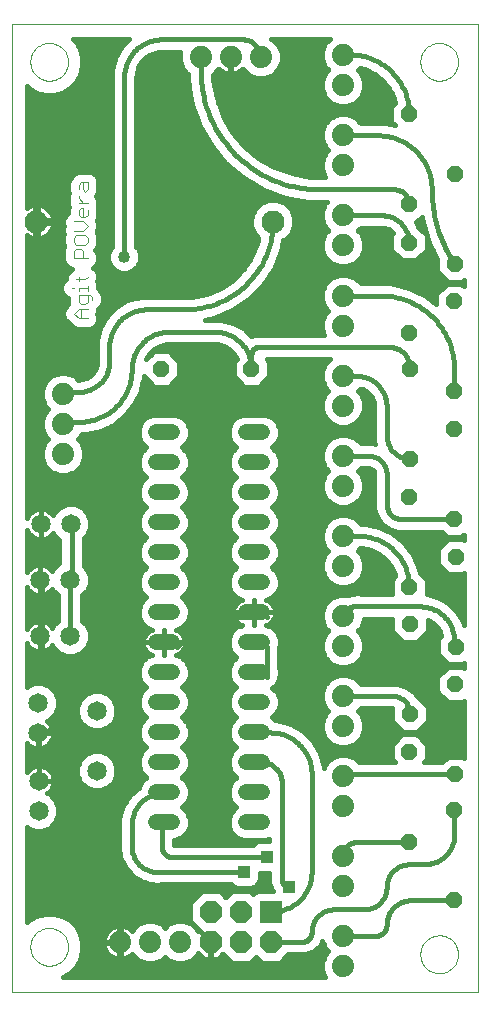
<source format=gtl>
G75*
%MOIN*%
%OFA0B0*%
%FSLAX24Y24*%
%IPPOS*%
%LPD*%
%AMOC8*
5,1,8,0,0,1.08239X$1,22.5*
%
%ADD10C,0.0000*%
%ADD11C,0.0040*%
%ADD12C,0.0650*%
%ADD13C,0.0520*%
%ADD14OC8,0.0520*%
%ADD15C,0.0740*%
%ADD16C,0.0768*%
%ADD17R,0.0740X0.0740*%
%ADD18OC8,0.0740*%
%ADD19C,0.0160*%
%ADD20C,0.0400*%
%ADD21R,0.0396X0.0396*%
D10*
X002223Y002029D02*
X002223Y034279D01*
X017773Y034279D01*
X017773Y002029D01*
X002223Y002029D01*
X002843Y003529D02*
X002845Y003579D01*
X002851Y003629D01*
X002861Y003678D01*
X002875Y003726D01*
X002892Y003773D01*
X002913Y003818D01*
X002938Y003862D01*
X002966Y003903D01*
X002998Y003942D01*
X003032Y003979D01*
X003069Y004013D01*
X003109Y004043D01*
X003151Y004070D01*
X003195Y004094D01*
X003241Y004115D01*
X003288Y004131D01*
X003336Y004144D01*
X003386Y004153D01*
X003435Y004158D01*
X003486Y004159D01*
X003536Y004156D01*
X003585Y004149D01*
X003634Y004138D01*
X003682Y004123D01*
X003728Y004105D01*
X003773Y004083D01*
X003816Y004057D01*
X003857Y004028D01*
X003896Y003996D01*
X003932Y003961D01*
X003964Y003923D01*
X003994Y003883D01*
X004021Y003840D01*
X004044Y003796D01*
X004063Y003750D01*
X004079Y003702D01*
X004091Y003653D01*
X004099Y003604D01*
X004103Y003554D01*
X004103Y003504D01*
X004099Y003454D01*
X004091Y003405D01*
X004079Y003356D01*
X004063Y003308D01*
X004044Y003262D01*
X004021Y003218D01*
X003994Y003175D01*
X003964Y003135D01*
X003932Y003097D01*
X003896Y003062D01*
X003857Y003030D01*
X003816Y003001D01*
X003773Y002975D01*
X003728Y002953D01*
X003682Y002935D01*
X003634Y002920D01*
X003585Y002909D01*
X003536Y002902D01*
X003486Y002899D01*
X003435Y002900D01*
X003386Y002905D01*
X003336Y002914D01*
X003288Y002927D01*
X003241Y002943D01*
X003195Y002964D01*
X003151Y002988D01*
X003109Y003015D01*
X003069Y003045D01*
X003032Y003079D01*
X002998Y003116D01*
X002966Y003155D01*
X002938Y003196D01*
X002913Y003240D01*
X002892Y003285D01*
X002875Y003332D01*
X002861Y003380D01*
X002851Y003429D01*
X002845Y003479D01*
X002843Y003529D01*
X015843Y003279D02*
X015845Y003329D01*
X015851Y003379D01*
X015861Y003428D01*
X015875Y003476D01*
X015892Y003523D01*
X015913Y003568D01*
X015938Y003612D01*
X015966Y003653D01*
X015998Y003692D01*
X016032Y003729D01*
X016069Y003763D01*
X016109Y003793D01*
X016151Y003820D01*
X016195Y003844D01*
X016241Y003865D01*
X016288Y003881D01*
X016336Y003894D01*
X016386Y003903D01*
X016435Y003908D01*
X016486Y003909D01*
X016536Y003906D01*
X016585Y003899D01*
X016634Y003888D01*
X016682Y003873D01*
X016728Y003855D01*
X016773Y003833D01*
X016816Y003807D01*
X016857Y003778D01*
X016896Y003746D01*
X016932Y003711D01*
X016964Y003673D01*
X016994Y003633D01*
X017021Y003590D01*
X017044Y003546D01*
X017063Y003500D01*
X017079Y003452D01*
X017091Y003403D01*
X017099Y003354D01*
X017103Y003304D01*
X017103Y003254D01*
X017099Y003204D01*
X017091Y003155D01*
X017079Y003106D01*
X017063Y003058D01*
X017044Y003012D01*
X017021Y002968D01*
X016994Y002925D01*
X016964Y002885D01*
X016932Y002847D01*
X016896Y002812D01*
X016857Y002780D01*
X016816Y002751D01*
X016773Y002725D01*
X016728Y002703D01*
X016682Y002685D01*
X016634Y002670D01*
X016585Y002659D01*
X016536Y002652D01*
X016486Y002649D01*
X016435Y002650D01*
X016386Y002655D01*
X016336Y002664D01*
X016288Y002677D01*
X016241Y002693D01*
X016195Y002714D01*
X016151Y002738D01*
X016109Y002765D01*
X016069Y002795D01*
X016032Y002829D01*
X015998Y002866D01*
X015966Y002905D01*
X015938Y002946D01*
X015913Y002990D01*
X015892Y003035D01*
X015875Y003082D01*
X015861Y003130D01*
X015851Y003179D01*
X015845Y003229D01*
X015843Y003279D01*
X015843Y033029D02*
X015845Y033079D01*
X015851Y033129D01*
X015861Y033178D01*
X015875Y033226D01*
X015892Y033273D01*
X015913Y033318D01*
X015938Y033362D01*
X015966Y033403D01*
X015998Y033442D01*
X016032Y033479D01*
X016069Y033513D01*
X016109Y033543D01*
X016151Y033570D01*
X016195Y033594D01*
X016241Y033615D01*
X016288Y033631D01*
X016336Y033644D01*
X016386Y033653D01*
X016435Y033658D01*
X016486Y033659D01*
X016536Y033656D01*
X016585Y033649D01*
X016634Y033638D01*
X016682Y033623D01*
X016728Y033605D01*
X016773Y033583D01*
X016816Y033557D01*
X016857Y033528D01*
X016896Y033496D01*
X016932Y033461D01*
X016964Y033423D01*
X016994Y033383D01*
X017021Y033340D01*
X017044Y033296D01*
X017063Y033250D01*
X017079Y033202D01*
X017091Y033153D01*
X017099Y033104D01*
X017103Y033054D01*
X017103Y033004D01*
X017099Y032954D01*
X017091Y032905D01*
X017079Y032856D01*
X017063Y032808D01*
X017044Y032762D01*
X017021Y032718D01*
X016994Y032675D01*
X016964Y032635D01*
X016932Y032597D01*
X016896Y032562D01*
X016857Y032530D01*
X016816Y032501D01*
X016773Y032475D01*
X016728Y032453D01*
X016682Y032435D01*
X016634Y032420D01*
X016585Y032409D01*
X016536Y032402D01*
X016486Y032399D01*
X016435Y032400D01*
X016386Y032405D01*
X016336Y032414D01*
X016288Y032427D01*
X016241Y032443D01*
X016195Y032464D01*
X016151Y032488D01*
X016109Y032515D01*
X016069Y032545D01*
X016032Y032579D01*
X015998Y032616D01*
X015966Y032655D01*
X015938Y032696D01*
X015913Y032740D01*
X015892Y032785D01*
X015875Y032832D01*
X015861Y032880D01*
X015851Y032929D01*
X015845Y032979D01*
X015843Y033029D01*
X002843Y033029D02*
X002845Y033079D01*
X002851Y033129D01*
X002861Y033178D01*
X002875Y033226D01*
X002892Y033273D01*
X002913Y033318D01*
X002938Y033362D01*
X002966Y033403D01*
X002998Y033442D01*
X003032Y033479D01*
X003069Y033513D01*
X003109Y033543D01*
X003151Y033570D01*
X003195Y033594D01*
X003241Y033615D01*
X003288Y033631D01*
X003336Y033644D01*
X003386Y033653D01*
X003435Y033658D01*
X003486Y033659D01*
X003536Y033656D01*
X003585Y033649D01*
X003634Y033638D01*
X003682Y033623D01*
X003728Y033605D01*
X003773Y033583D01*
X003816Y033557D01*
X003857Y033528D01*
X003896Y033496D01*
X003932Y033461D01*
X003964Y033423D01*
X003994Y033383D01*
X004021Y033340D01*
X004044Y033296D01*
X004063Y033250D01*
X004079Y033202D01*
X004091Y033153D01*
X004099Y033104D01*
X004103Y033054D01*
X004103Y033004D01*
X004099Y032954D01*
X004091Y032905D01*
X004079Y032856D01*
X004063Y032808D01*
X004044Y032762D01*
X004021Y032718D01*
X003994Y032675D01*
X003964Y032635D01*
X003932Y032597D01*
X003896Y032562D01*
X003857Y032530D01*
X003816Y032501D01*
X003773Y032475D01*
X003728Y032453D01*
X003682Y032435D01*
X003634Y032420D01*
X003585Y032409D01*
X003536Y032402D01*
X003486Y032399D01*
X003435Y032400D01*
X003386Y032405D01*
X003336Y032414D01*
X003288Y032427D01*
X003241Y032443D01*
X003195Y032464D01*
X003151Y032488D01*
X003109Y032515D01*
X003069Y032545D01*
X003032Y032579D01*
X002998Y032616D01*
X002966Y032655D01*
X002938Y032696D01*
X002913Y032740D01*
X002892Y032785D01*
X002875Y032832D01*
X002861Y032880D01*
X002851Y032929D01*
X002845Y032979D01*
X002843Y033029D01*
D11*
X004527Y029011D02*
X004758Y029011D01*
X004758Y028780D01*
X004681Y028704D01*
X004604Y028780D01*
X004604Y029011D01*
X004527Y029011D02*
X004451Y028934D01*
X004451Y028780D01*
X004451Y028550D02*
X004451Y028474D01*
X004604Y028320D01*
X004604Y028167D02*
X004604Y027860D01*
X004527Y027860D02*
X004451Y027936D01*
X004451Y028090D01*
X004527Y028167D01*
X004604Y028167D01*
X004758Y028090D02*
X004758Y027936D01*
X004681Y027860D01*
X004527Y027860D01*
X004604Y027706D02*
X004297Y027706D01*
X004297Y027399D02*
X004604Y027399D01*
X004758Y027553D01*
X004604Y027706D01*
X004681Y027246D02*
X004374Y027246D01*
X004297Y027169D01*
X004297Y027016D01*
X004374Y026939D01*
X004681Y026939D01*
X004758Y027016D01*
X004758Y027169D01*
X004681Y027246D01*
X004527Y026785D02*
X004604Y026709D01*
X004604Y026479D01*
X004758Y026479D02*
X004297Y026479D01*
X004297Y026709D01*
X004374Y026785D01*
X004527Y026785D01*
X004451Y025865D02*
X004451Y025711D01*
X004374Y025788D02*
X004681Y025788D01*
X004758Y025865D01*
X004758Y025558D02*
X004758Y025404D01*
X004758Y025481D02*
X004451Y025481D01*
X004451Y025404D01*
X004451Y025251D02*
X004451Y025021D01*
X004527Y024944D01*
X004681Y024944D01*
X004758Y025021D01*
X004758Y025251D01*
X004834Y025251D02*
X004451Y025251D01*
X004297Y025481D02*
X004220Y025481D01*
X004834Y025251D02*
X004911Y025174D01*
X004911Y025097D01*
X004758Y024790D02*
X004451Y024790D01*
X004297Y024637D01*
X004451Y024483D01*
X004758Y024483D01*
X004527Y024483D02*
X004527Y024790D01*
X004451Y028320D02*
X004758Y028320D01*
D12*
X004190Y017624D03*
X003190Y017624D03*
X003165Y015762D03*
X004165Y015762D03*
X004168Y013879D03*
X003168Y013879D03*
X003098Y011654D03*
X003098Y010654D03*
X005063Y011399D03*
X005063Y009399D03*
X003123Y009054D03*
X003123Y008054D03*
D13*
X007043Y007674D02*
X007563Y007674D01*
X007563Y008674D02*
X007043Y008674D01*
X007043Y009674D02*
X007563Y009674D01*
X007563Y010674D02*
X007043Y010674D01*
X007043Y011674D02*
X007563Y011674D01*
X007563Y012674D02*
X007043Y012674D01*
X007043Y013674D02*
X007563Y013674D01*
X007563Y014674D02*
X007043Y014674D01*
X007043Y015674D02*
X007563Y015674D01*
X007563Y016674D02*
X007043Y016674D01*
X007043Y017674D02*
X007563Y017674D01*
X007563Y018674D02*
X007043Y018674D01*
X007043Y019674D02*
X007563Y019674D01*
X007563Y020674D02*
X007043Y020674D01*
X010043Y020674D02*
X010563Y020674D01*
X010563Y019674D02*
X010043Y019674D01*
X010043Y018674D02*
X010563Y018674D01*
X010563Y017674D02*
X010043Y017674D01*
X010043Y016674D02*
X010563Y016674D01*
X010563Y015674D02*
X010043Y015674D01*
X010043Y014674D02*
X010563Y014674D01*
X010563Y013674D02*
X010043Y013674D01*
X010043Y012674D02*
X010563Y012674D01*
X010563Y011674D02*
X010043Y011674D01*
X010043Y010674D02*
X010563Y010674D01*
X010563Y009674D02*
X010043Y009674D01*
X010043Y008674D02*
X010563Y008674D01*
X010563Y007674D02*
X010043Y007674D01*
D14*
X015478Y007027D03*
X016983Y008077D03*
X016998Y009274D03*
X015478Y010027D03*
X015503Y011294D03*
X016998Y012274D03*
X017020Y013537D03*
X015503Y014294D03*
X015475Y015517D03*
X017020Y016537D03*
X016975Y017787D03*
X015475Y018517D03*
X015505Y019792D03*
X016975Y020787D03*
X016963Y022049D03*
X015505Y022792D03*
X015468Y024002D03*
X016963Y025049D03*
X016998Y026284D03*
X015468Y027002D03*
X015470Y028279D03*
X016998Y029284D03*
X015470Y031279D03*
X010213Y022794D03*
X007213Y022794D03*
X016983Y005077D03*
D15*
X013273Y005549D03*
X013273Y006549D03*
X013273Y008219D03*
X013273Y009219D03*
X013273Y010889D03*
X013273Y011889D03*
X013273Y013559D03*
X013273Y014559D03*
X013273Y016229D03*
X013273Y017229D03*
X013273Y018899D03*
X013273Y019899D03*
X013273Y021569D03*
X013273Y022569D03*
X013273Y024239D03*
X013273Y025239D03*
X013273Y026909D03*
X013273Y027909D03*
X013273Y029579D03*
X013273Y030579D03*
X013273Y032249D03*
X013273Y033249D03*
X010523Y033179D03*
X009523Y033179D03*
X008523Y033179D03*
X003933Y021949D03*
X003933Y020949D03*
X003933Y019949D03*
X013273Y003879D03*
X013273Y002879D03*
X007833Y003679D03*
X006833Y003679D03*
X005833Y003679D03*
D16*
X003050Y027702D03*
X010924Y027702D03*
D17*
X010863Y004689D03*
D18*
X009863Y004689D03*
X008863Y004689D03*
X008863Y003689D03*
X009863Y003689D03*
X010863Y003689D03*
D19*
X011883Y003689D01*
X011919Y003691D01*
X011954Y003696D01*
X011988Y003706D01*
X012021Y003718D01*
X012053Y003735D01*
X012083Y003754D01*
X012111Y003776D01*
X012136Y003801D01*
X012158Y003829D01*
X012177Y003859D01*
X012194Y003891D01*
X012206Y003924D01*
X012216Y003958D01*
X012221Y003993D01*
X012223Y004029D01*
X012573Y003738D02*
X012679Y003483D01*
X012783Y003379D01*
X012679Y003276D01*
X012573Y003018D01*
X012573Y002740D01*
X012668Y002509D01*
X003926Y002509D01*
X004154Y002641D01*
X004361Y002848D01*
X004507Y003101D01*
X004582Y003383D01*
X004582Y003675D01*
X004507Y003958D01*
X004361Y004211D01*
X004154Y004417D01*
X003901Y004563D01*
X003619Y004639D01*
X003326Y004639D01*
X003044Y004563D01*
X002791Y004417D01*
X002723Y004349D01*
X002723Y007528D01*
X002751Y007499D01*
X002992Y007399D01*
X003253Y007399D01*
X003494Y007499D01*
X003678Y007683D01*
X003777Y007924D01*
X003777Y008184D01*
X003678Y008425D01*
X003494Y008609D01*
X003415Y008642D01*
X003451Y008669D01*
X003508Y008725D01*
X003554Y008789D01*
X003591Y008860D01*
X003615Y008936D01*
X003627Y009014D01*
X003627Y009054D01*
X003123Y009054D01*
X003123Y009054D01*
X003627Y009054D01*
X003627Y009094D01*
X003615Y009172D01*
X003591Y009248D01*
X003554Y009319D01*
X003508Y009383D01*
X003451Y009439D01*
X003387Y009486D01*
X003316Y009522D01*
X003241Y009547D01*
X003162Y009559D01*
X003123Y009559D01*
X003123Y009054D01*
X003122Y009054D01*
X003122Y009559D01*
X003083Y009559D01*
X003004Y009547D01*
X002929Y009522D01*
X002858Y009486D01*
X002794Y009439D01*
X002737Y009383D01*
X002723Y009363D01*
X002723Y010315D01*
X002769Y010269D01*
X002833Y010222D01*
X002904Y010186D01*
X002979Y010162D01*
X003058Y010149D01*
X003097Y010149D01*
X003097Y010654D01*
X003098Y010654D01*
X003098Y010654D01*
X003602Y010654D01*
X003602Y010614D01*
X003590Y010536D01*
X003566Y010460D01*
X003529Y010389D01*
X003483Y010325D01*
X003426Y010269D01*
X003362Y010222D01*
X003291Y010186D01*
X003216Y010162D01*
X003137Y010149D01*
X003098Y010149D01*
X003098Y010654D01*
X003602Y010654D01*
X003602Y010694D01*
X003590Y010772D01*
X003566Y010848D01*
X003529Y010919D01*
X003483Y010983D01*
X003426Y011039D01*
X003390Y011066D01*
X003469Y011099D01*
X003653Y011283D01*
X003752Y011524D01*
X003752Y011784D01*
X003653Y012025D01*
X003469Y012209D01*
X003228Y012309D01*
X002967Y012309D01*
X002726Y012209D01*
X002723Y012205D01*
X002723Y013640D01*
X002736Y013614D01*
X002782Y013550D01*
X002839Y013494D01*
X002903Y013447D01*
X002974Y013411D01*
X003049Y013387D01*
X003128Y013374D01*
X003167Y013374D01*
X003167Y013879D01*
X003168Y013879D01*
X003168Y013374D01*
X003207Y013374D01*
X003286Y013387D01*
X003361Y013411D01*
X003432Y013447D01*
X003496Y013494D01*
X003553Y013550D01*
X003580Y013587D01*
X003612Y013508D01*
X003796Y013324D01*
X004037Y013224D01*
X004298Y013224D01*
X004539Y013324D01*
X004723Y013508D01*
X004822Y013749D01*
X004822Y014009D01*
X004723Y014250D01*
X004577Y014395D01*
X004577Y015248D01*
X004720Y015391D01*
X004820Y015631D01*
X004820Y015892D01*
X004720Y016133D01*
X004632Y016220D01*
X004632Y017140D01*
X004745Y017253D01*
X004845Y017494D01*
X004845Y017754D01*
X004745Y017995D01*
X004561Y018179D01*
X004320Y018279D01*
X004060Y018279D01*
X003819Y018179D01*
X003635Y017995D01*
X003602Y017916D01*
X003575Y017953D01*
X003519Y018009D01*
X003455Y018056D01*
X003384Y018092D01*
X003308Y018117D01*
X003230Y018129D01*
X003190Y018129D01*
X003150Y018129D01*
X003072Y018117D01*
X002996Y018092D01*
X002925Y018056D01*
X002861Y018009D01*
X002805Y017953D01*
X002758Y017889D01*
X002723Y017819D01*
X002723Y027243D01*
X002754Y027219D01*
X002834Y027179D01*
X002918Y027152D01*
X003002Y027138D01*
X003002Y027654D01*
X003098Y027654D01*
X003098Y027750D01*
X003002Y027750D01*
X003002Y028265D01*
X002918Y028252D01*
X002834Y028224D01*
X002754Y028184D01*
X002723Y028161D01*
X002723Y032209D01*
X002791Y032141D01*
X003044Y031995D01*
X003326Y031919D01*
X003619Y031919D01*
X003901Y031995D01*
X004154Y032141D01*
X004361Y032348D01*
X004507Y032601D01*
X004582Y032883D01*
X004582Y033175D01*
X004507Y033458D01*
X004361Y033711D01*
X004272Y033799D01*
X006145Y033799D01*
X005894Y033548D01*
X005676Y033170D01*
X005563Y032748D01*
X005563Y026869D01*
X005523Y026829D01*
X005443Y026635D01*
X005443Y026424D01*
X005523Y026229D01*
X005672Y026080D01*
X005867Y025999D01*
X006078Y025999D01*
X006273Y026080D01*
X006422Y026229D01*
X006502Y026424D01*
X006502Y026635D01*
X006422Y026829D01*
X006382Y026869D01*
X006382Y032529D01*
X006390Y032639D01*
X006446Y032851D01*
X006556Y033041D01*
X006711Y033196D01*
X006901Y033305D01*
X007113Y033362D01*
X007222Y033369D01*
X007844Y033369D01*
X007823Y033318D01*
X007823Y033040D01*
X007929Y032783D01*
X008113Y032599D01*
X008113Y032348D01*
X008245Y031596D01*
X008506Y030879D01*
X008887Y030219D01*
X009378Y029634D01*
X009962Y029144D01*
X009962Y029144D01*
X010623Y028763D01*
X011340Y028502D01*
X012091Y028369D01*
X012743Y028369D01*
X012679Y028306D01*
X012573Y028048D01*
X012573Y027770D01*
X012679Y027513D01*
X012783Y027409D01*
X012679Y027306D01*
X012573Y027048D01*
X012573Y026770D01*
X012679Y026513D01*
X012876Y026316D01*
X013133Y026209D01*
X013412Y026209D01*
X013669Y026316D01*
X013866Y026513D01*
X013972Y026770D01*
X013972Y027048D01*
X013866Y027306D01*
X013762Y027409D01*
X013852Y027499D01*
X014560Y027499D01*
X014638Y027493D01*
X014786Y027445D01*
X014912Y027353D01*
X014943Y027311D01*
X014878Y027246D01*
X014878Y026757D01*
X015223Y026412D01*
X015712Y026412D01*
X016057Y026757D01*
X016057Y027246D01*
X015774Y027530D01*
X015749Y027607D01*
X015689Y027689D01*
X015714Y027689D01*
X015895Y027870D01*
X015921Y027698D01*
X016137Y027004D01*
X016408Y026447D01*
X016408Y026040D01*
X016753Y025694D01*
X017242Y025694D01*
X017293Y025745D01*
X017293Y025554D01*
X017207Y025639D01*
X016718Y025639D01*
X016373Y025294D01*
X016373Y024967D01*
X016049Y025225D01*
X015466Y025505D01*
X014836Y025649D01*
X013852Y025649D01*
X013669Y025833D01*
X013412Y025939D01*
X013133Y025939D01*
X012876Y025833D01*
X012679Y025636D01*
X012573Y025378D01*
X012573Y025100D01*
X012679Y024843D01*
X012783Y024739D01*
X012679Y024636D01*
X012573Y024378D01*
X009423Y024378D01*
X009612Y024327D02*
X009194Y024439D01*
X008682Y024439D01*
X008974Y024497D01*
X009580Y024748D01*
X010126Y025113D01*
X010590Y025577D01*
X010590Y025577D01*
X010955Y026123D01*
X011206Y026730D01*
X011274Y027074D01*
X011328Y027096D01*
X011529Y027297D01*
X011638Y027560D01*
X011638Y027844D01*
X011529Y028106D01*
X011328Y028307D01*
X011066Y028416D01*
X010782Y028416D01*
X010520Y028307D01*
X010319Y028106D01*
X010210Y027844D01*
X010210Y027560D01*
X010319Y027297D01*
X010445Y027171D01*
X010406Y026972D01*
X010217Y026517D01*
X009944Y026108D01*
X009595Y025759D01*
X009186Y025486D01*
X008731Y025297D01*
X008248Y025201D01*
X008002Y025189D01*
X006504Y025189D01*
X006082Y025076D01*
X006082Y025076D01*
X005703Y024857D01*
X005394Y024548D01*
X005176Y024170D01*
X005063Y023748D01*
X005063Y023029D01*
X005055Y022937D01*
X004998Y022761D01*
X004890Y022612D01*
X004740Y022503D01*
X004565Y022446D01*
X004473Y022439D01*
X004432Y022439D01*
X004329Y022543D01*
X004072Y022649D01*
X003793Y022649D01*
X003536Y022543D01*
X003339Y022346D01*
X003233Y022088D01*
X003233Y021810D01*
X003339Y021553D01*
X003443Y021449D01*
X003339Y021346D01*
X003233Y021088D01*
X003233Y020810D01*
X003339Y020553D01*
X003443Y020449D01*
X003339Y020346D01*
X003233Y020088D01*
X003233Y019810D01*
X003339Y019553D01*
X003536Y019356D01*
X003793Y019249D01*
X004072Y019249D01*
X004329Y019356D01*
X004526Y019553D01*
X004632Y019810D01*
X004632Y020088D01*
X004526Y020346D01*
X004422Y020449D01*
X004526Y020553D01*
X004553Y020619D01*
X004716Y020619D01*
X005190Y020727D01*
X005190Y020727D01*
X005629Y020939D01*
X006010Y021242D01*
X006313Y021623D01*
X006524Y022061D01*
X006632Y022536D01*
X006632Y022540D01*
X006968Y022204D01*
X007457Y022204D01*
X007802Y022550D01*
X007802Y023039D01*
X007457Y023384D01*
X006968Y023384D01*
X006713Y023129D01*
X006806Y023291D01*
X006961Y023446D01*
X007151Y023555D01*
X007363Y023612D01*
X007472Y023619D01*
X008978Y023619D01*
X009085Y023612D01*
X009293Y023556D01*
X009480Y023449D01*
X009632Y023296D01*
X009723Y023139D01*
X009623Y023039D01*
X009623Y022550D01*
X009968Y022204D01*
X010457Y022204D01*
X010802Y022550D01*
X010802Y023039D01*
X010722Y023119D01*
X012833Y023119D01*
X012679Y022966D01*
X012573Y022708D01*
X012573Y022430D01*
X012679Y022173D01*
X012783Y022069D01*
X012679Y021966D01*
X012573Y021708D01*
X012573Y021430D01*
X012679Y021173D01*
X012876Y020976D01*
X013133Y020869D01*
X013412Y020869D01*
X013669Y020976D01*
X013866Y021173D01*
X013972Y021430D01*
X013972Y021708D01*
X013866Y021966D01*
X013762Y022069D01*
X013830Y022136D01*
X013924Y022111D01*
X014066Y022029D01*
X014182Y021913D01*
X014265Y021770D01*
X014307Y021611D01*
X014313Y021529D01*
X014313Y020385D01*
X014346Y020283D01*
X014266Y020309D01*
X013852Y020309D01*
X013669Y020493D01*
X013412Y020599D01*
X013133Y020599D01*
X012876Y020493D01*
X012679Y020296D01*
X012573Y020038D01*
X012573Y019760D01*
X012679Y019503D01*
X012783Y019399D01*
X012679Y019296D01*
X012573Y019038D01*
X012573Y018760D01*
X012679Y018503D01*
X012876Y018306D01*
X013133Y018199D01*
X013412Y018199D01*
X013669Y018306D01*
X013866Y018503D01*
X013972Y018760D01*
X013972Y019038D01*
X013866Y019296D01*
X013762Y019399D01*
X013852Y019489D01*
X014103Y019489D01*
X014135Y019487D01*
X014198Y019466D01*
X014251Y019428D01*
X014290Y019374D01*
X014310Y019312D01*
X014313Y019279D01*
X014313Y018135D01*
X014402Y017861D01*
X014571Y017628D01*
X014571Y017628D01*
X014804Y017458D01*
X014804Y017458D01*
X015078Y017369D01*
X016558Y017369D01*
X016731Y017197D01*
X017219Y017197D01*
X017293Y017270D01*
X017293Y017099D01*
X017264Y017127D01*
X016776Y017127D01*
X016430Y016781D01*
X016430Y016292D01*
X016776Y015947D01*
X017264Y015947D01*
X017293Y015975D01*
X017293Y014268D01*
X017257Y014385D01*
X017257Y014385D01*
X017041Y014730D01*
X017041Y014730D01*
X016744Y015008D01*
X016385Y015199D01*
X016065Y015273D01*
X016065Y015761D01*
X015830Y015996D01*
X015779Y016222D01*
X015571Y016653D01*
X015273Y017027D01*
X015273Y017027D01*
X015273Y017027D01*
X014899Y017325D01*
X014468Y017533D01*
X014002Y017639D01*
X013852Y017639D01*
X013669Y017823D01*
X013412Y017929D01*
X013133Y017929D01*
X012876Y017823D01*
X012679Y017626D01*
X012573Y017368D01*
X012573Y017090D01*
X012679Y016833D01*
X012783Y016729D01*
X012679Y016626D01*
X012573Y016368D01*
X012573Y016090D01*
X012679Y015833D01*
X012876Y015636D01*
X013133Y015529D01*
X013412Y015529D01*
X013669Y015636D01*
X013866Y015833D01*
X013972Y016090D01*
X013972Y016368D01*
X013866Y016626D01*
X013762Y016729D01*
X013848Y016814D01*
X013908Y016811D01*
X014193Y016746D01*
X014455Y016620D01*
X014684Y016438D01*
X014865Y016210D01*
X014992Y015947D01*
X015007Y015883D01*
X014885Y015761D01*
X014885Y015284D01*
X013874Y015284D01*
X013762Y015314D01*
X013424Y015270D01*
X013405Y015259D01*
X013133Y015259D01*
X012876Y015153D01*
X012679Y014956D01*
X012573Y014698D01*
X012573Y014420D01*
X012679Y014163D01*
X012783Y014059D01*
X012679Y013956D01*
X012573Y013698D01*
X012573Y013420D01*
X012679Y013163D01*
X012876Y012966D01*
X013133Y012859D01*
X013412Y012859D01*
X013669Y012966D01*
X013866Y013163D01*
X013972Y013420D01*
X013972Y013698D01*
X013866Y013956D01*
X013762Y014059D01*
X013866Y014163D01*
X013972Y014420D01*
X013972Y014464D01*
X014913Y014464D01*
X014913Y014050D01*
X015258Y013704D01*
X015747Y013704D01*
X016092Y014050D01*
X016092Y014419D01*
X016093Y014419D01*
X016260Y014330D01*
X016398Y014201D01*
X016498Y014040D01*
X016543Y013894D01*
X016430Y013781D01*
X016430Y013292D01*
X016776Y012947D01*
X017264Y012947D01*
X017293Y012975D01*
X017293Y012814D01*
X017242Y012864D01*
X016753Y012864D01*
X016408Y012519D01*
X016408Y012030D01*
X016753Y011684D01*
X017242Y011684D01*
X017293Y011735D01*
X017293Y009814D01*
X017242Y009864D01*
X016753Y009864D01*
X016573Y009684D01*
X015969Y009684D01*
X016067Y009782D01*
X016067Y010271D01*
X017293Y010271D01*
X017293Y010113D02*
X016067Y010113D01*
X016067Y010271D02*
X015722Y010617D01*
X015233Y010617D01*
X014888Y010271D01*
X013610Y010271D01*
X013669Y010296D02*
X013866Y010493D01*
X013972Y010750D01*
X013972Y011028D01*
X013866Y011286D01*
X013762Y011389D01*
X013852Y011479D01*
X014908Y011479D01*
X014913Y011479D01*
X014913Y011050D01*
X015258Y010704D01*
X015747Y010704D01*
X016092Y011050D01*
X016092Y011539D01*
X017293Y011539D01*
X017293Y011381D02*
X016092Y011381D01*
X016092Y011539D02*
X015747Y011884D01*
X015721Y011884D01*
X015627Y012014D01*
X015369Y012201D01*
X015067Y012299D01*
X013852Y012299D01*
X013669Y012483D01*
X013412Y012589D01*
X013133Y012589D01*
X012876Y012483D01*
X012679Y012286D01*
X012573Y012028D01*
X012573Y011750D01*
X012679Y011493D01*
X012783Y011389D01*
X012679Y011286D01*
X012573Y011028D01*
X012573Y010750D01*
X012679Y010493D01*
X012876Y010296D01*
X013133Y010189D01*
X013412Y010189D01*
X013669Y010296D01*
X013803Y010430D02*
X015046Y010430D01*
X015205Y010588D02*
X013905Y010588D01*
X013971Y010747D02*
X015216Y010747D01*
X015057Y010905D02*
X013972Y010905D01*
X013958Y011064D02*
X014913Y011064D01*
X014913Y011222D02*
X013892Y011222D01*
X013771Y011381D02*
X014913Y011381D01*
X014908Y011889D02*
X014955Y011887D01*
X015001Y011882D01*
X015047Y011873D01*
X015092Y011860D01*
X015136Y011844D01*
X015178Y011824D01*
X015219Y011801D01*
X015258Y011775D01*
X015294Y011746D01*
X015329Y011715D01*
X015360Y011680D01*
X015389Y011644D01*
X015415Y011605D01*
X015438Y011564D01*
X015458Y011522D01*
X015474Y011478D01*
X015487Y011433D01*
X015496Y011387D01*
X015501Y011341D01*
X015503Y011294D01*
X015933Y011698D02*
X016740Y011698D01*
X016581Y011856D02*
X015775Y011856D01*
X015627Y012014D02*
X015627Y012014D01*
X015627Y012014D01*
X015626Y012015D02*
X016423Y012015D01*
X016408Y012173D02*
X015407Y012173D01*
X015369Y012201D02*
X015369Y012201D01*
X014908Y011889D02*
X013273Y011889D01*
X013820Y012332D02*
X016408Y012332D01*
X016408Y012490D02*
X013651Y012490D01*
X012894Y012490D02*
X011136Y012490D01*
X011137Y012472D02*
X011134Y012513D01*
X011152Y012557D01*
X011152Y012792D01*
X011132Y012840D01*
X011132Y013460D01*
X011137Y013472D01*
X011134Y013513D01*
X011152Y013557D01*
X011152Y013792D01*
X011063Y014008D01*
X010897Y014174D01*
X010699Y014256D01*
X010731Y014266D01*
X010793Y014298D01*
X010849Y014339D01*
X010898Y014388D01*
X010939Y014444D01*
X010970Y014505D01*
X010992Y014571D01*
X011002Y014640D01*
X011002Y014674D01*
X010303Y014674D01*
X010303Y014674D01*
X011002Y014674D01*
X011002Y014709D01*
X012577Y014709D01*
X012573Y014551D02*
X010985Y014551D01*
X011002Y014709D02*
X010992Y014777D01*
X010970Y014843D01*
X010939Y014905D01*
X010898Y014961D01*
X010849Y015010D01*
X010793Y015050D01*
X010731Y015082D01*
X010699Y015092D01*
X010897Y015174D01*
X011063Y015340D01*
X011152Y015557D01*
X011152Y015792D01*
X011063Y016008D01*
X010897Y016174D01*
X011063Y016340D01*
X011152Y016557D01*
X011152Y016792D01*
X011063Y017008D01*
X010897Y017174D01*
X011063Y017340D01*
X011152Y017557D01*
X011152Y017792D01*
X011063Y018008D01*
X010897Y018174D01*
X011063Y018340D01*
X011152Y018557D01*
X011152Y018792D01*
X011063Y019008D01*
X010897Y019174D01*
X011063Y019340D01*
X011152Y019557D01*
X011152Y019792D01*
X011063Y020008D01*
X010897Y020174D01*
X011063Y020340D01*
X011152Y020557D01*
X011152Y020792D01*
X011063Y021008D01*
X010897Y021174D01*
X010680Y021264D01*
X009925Y021264D01*
X009708Y021174D01*
X009542Y021008D01*
X009453Y020792D01*
X009453Y020557D01*
X009542Y020340D01*
X009708Y020174D01*
X009542Y020008D01*
X009453Y019792D01*
X009453Y019557D01*
X009542Y019340D01*
X009708Y019174D01*
X009542Y019008D01*
X009453Y018792D01*
X009453Y018557D01*
X009542Y018340D01*
X009708Y018174D01*
X009542Y018008D01*
X009453Y017792D01*
X009453Y017557D01*
X009542Y017340D01*
X009708Y017174D01*
X009542Y017008D01*
X009453Y016792D01*
X009453Y016557D01*
X009542Y016340D01*
X009708Y016174D01*
X009542Y016008D01*
X009453Y015792D01*
X009453Y015557D01*
X009542Y015340D01*
X009708Y015174D01*
X009906Y015092D01*
X009874Y015082D01*
X009812Y015050D01*
X009756Y015010D01*
X009707Y014961D01*
X009666Y014905D01*
X009635Y014843D01*
X009613Y014777D01*
X009603Y014709D01*
X008152Y014709D01*
X008223Y014709D02*
X009473Y014709D01*
X009603Y014709D02*
X009603Y014674D01*
X009603Y014640D01*
X009613Y014571D01*
X009635Y014505D01*
X009666Y014444D01*
X009707Y014388D01*
X009756Y014339D01*
X009812Y014298D01*
X009874Y014266D01*
X009906Y014256D01*
X009708Y014174D01*
X009542Y014008D01*
X009453Y013792D01*
X009453Y013557D01*
X009542Y013340D01*
X009708Y013174D01*
X009542Y013008D01*
X009453Y012792D01*
X009453Y012557D01*
X009542Y012340D01*
X009708Y012174D01*
X009542Y012008D01*
X009453Y011792D01*
X009453Y011557D01*
X009542Y011340D01*
X009708Y011174D01*
X009542Y011008D01*
X009453Y010792D01*
X009453Y010557D01*
X009542Y010340D01*
X009708Y010174D01*
X009542Y010008D01*
X009453Y009792D01*
X009453Y009557D01*
X009542Y009340D01*
X009708Y009174D01*
X009542Y009008D01*
X009453Y008792D01*
X009453Y008557D01*
X009542Y008340D01*
X009708Y008174D01*
X009542Y008008D01*
X009453Y007792D01*
X009453Y007557D01*
X009542Y007340D01*
X009708Y007174D01*
X009925Y007084D01*
X010680Y007084D01*
X010813Y007139D01*
X010813Y007057D01*
X010459Y007057D01*
X010337Y007007D01*
X010270Y006939D01*
X007737Y006939D01*
X007670Y006944D01*
X007656Y006939D01*
X007641Y006939D01*
X007632Y006936D01*
X007632Y007084D01*
X007680Y007084D01*
X007897Y007174D01*
X008063Y007340D01*
X008152Y007557D01*
X008152Y007792D01*
X008063Y008008D01*
X007897Y008174D01*
X008063Y008340D01*
X008152Y008557D01*
X008152Y008792D01*
X008063Y009008D01*
X007897Y009174D01*
X008063Y009340D01*
X008152Y009557D01*
X008152Y009792D01*
X008063Y010008D01*
X007897Y010174D01*
X008063Y010340D01*
X008152Y010557D01*
X008152Y010792D01*
X008063Y011008D01*
X007897Y011174D01*
X008063Y011340D01*
X008152Y011557D01*
X008152Y011792D01*
X008063Y012008D01*
X007897Y012174D01*
X008063Y012340D01*
X008152Y012557D01*
X008152Y012792D01*
X008063Y013008D01*
X007897Y013174D01*
X007699Y013256D01*
X007731Y013266D01*
X007793Y013298D01*
X007849Y013339D01*
X007898Y013388D01*
X007939Y013444D01*
X007970Y013505D01*
X007992Y013571D01*
X008002Y013640D01*
X008002Y013674D01*
X007303Y013674D01*
X007303Y013674D01*
X008002Y013674D01*
X008002Y013709D01*
X007992Y013777D01*
X007970Y013843D01*
X007939Y013905D01*
X007898Y013961D01*
X007849Y014010D01*
X007793Y014050D01*
X007731Y014082D01*
X007699Y014092D01*
X007897Y014174D01*
X008063Y014340D01*
X008152Y014557D01*
X008152Y014792D01*
X008063Y015008D01*
X007897Y015174D01*
X008063Y015340D01*
X008152Y015557D01*
X008152Y015792D01*
X008063Y016008D01*
X007897Y016174D01*
X008063Y016340D01*
X008152Y016557D01*
X008152Y016792D01*
X008063Y017008D01*
X007897Y017174D01*
X008063Y017340D01*
X008152Y017557D01*
X008152Y017792D01*
X008063Y018008D01*
X007897Y018174D01*
X008063Y018340D01*
X008152Y018557D01*
X008152Y018792D01*
X008063Y019008D01*
X007897Y019174D01*
X008063Y019340D01*
X008152Y019557D01*
X008152Y019792D01*
X008063Y020008D01*
X007897Y020174D01*
X008063Y020340D01*
X008152Y020557D01*
X008152Y020792D01*
X008063Y021008D01*
X007897Y021174D01*
X007680Y021264D01*
X006925Y021264D01*
X006708Y021174D01*
X006542Y021008D01*
X006453Y020792D01*
X006453Y020557D01*
X006542Y020340D01*
X006708Y020174D01*
X006542Y020008D01*
X006453Y019792D01*
X006453Y019557D01*
X006542Y019340D01*
X006708Y019174D01*
X006542Y019008D01*
X006453Y018792D01*
X006453Y018557D01*
X006542Y018340D01*
X006708Y018174D01*
X006542Y018008D01*
X006453Y017792D01*
X006453Y017557D01*
X006542Y017340D01*
X006708Y017174D01*
X006542Y017008D01*
X006453Y016792D01*
X006453Y016557D01*
X006542Y016340D01*
X006708Y016174D01*
X006542Y016008D01*
X006453Y015792D01*
X006453Y015557D01*
X006542Y015340D01*
X006708Y015174D01*
X006542Y015008D01*
X006453Y014792D01*
X006453Y014557D01*
X006542Y014340D01*
X006708Y014174D01*
X006906Y014092D01*
X006874Y014082D01*
X006812Y014050D01*
X006756Y014010D01*
X006707Y013961D01*
X006666Y013905D01*
X006635Y013843D01*
X006613Y013777D01*
X006603Y013709D01*
X006603Y013674D01*
X006603Y013640D01*
X006613Y013571D01*
X006635Y013505D01*
X006666Y013444D01*
X006707Y013388D01*
X006756Y013339D01*
X006812Y013298D01*
X006874Y013266D01*
X006906Y013256D01*
X006708Y013174D01*
X006542Y013008D01*
X006453Y012792D01*
X006453Y012557D01*
X006542Y012340D01*
X006708Y012174D01*
X006542Y012008D01*
X006453Y011792D01*
X006453Y011557D01*
X006542Y011340D01*
X006708Y011174D01*
X006542Y011008D01*
X006453Y010792D01*
X006453Y010557D01*
X006542Y010340D01*
X006708Y010174D01*
X006542Y010008D01*
X006453Y009792D01*
X006453Y009557D01*
X006542Y009340D01*
X006708Y009174D01*
X006542Y009008D01*
X006470Y008834D01*
X006388Y008786D01*
X006388Y008786D01*
X006110Y008509D01*
X005914Y008169D01*
X005813Y007790D01*
X005813Y006831D01*
X005805Y006802D01*
X005813Y006750D01*
X005813Y006698D01*
X005824Y006670D01*
X005846Y006518D01*
X006026Y006150D01*
X002723Y006150D01*
X002723Y005992D02*
X006180Y005992D01*
X006311Y005856D02*
X006311Y005856D01*
X006026Y006150D01*
X006026Y006150D01*
X005948Y006309D02*
X002723Y006309D01*
X002723Y006467D02*
X005871Y006467D01*
X005846Y006518D02*
X005846Y006518D01*
X005830Y006626D02*
X002723Y006626D01*
X002723Y006784D02*
X005808Y006784D01*
X005813Y006943D02*
X002723Y006943D01*
X002723Y007101D02*
X005813Y007101D01*
X005813Y007260D02*
X002723Y007260D01*
X002723Y007418D02*
X002946Y007418D01*
X003299Y007418D02*
X005813Y007418D01*
X005813Y007577D02*
X003571Y007577D01*
X003699Y007735D02*
X005813Y007735D01*
X005840Y007894D02*
X003765Y007894D01*
X003777Y008052D02*
X005883Y008052D01*
X005914Y008169D02*
X005914Y008169D01*
X005938Y008211D02*
X003767Y008211D01*
X003701Y008369D02*
X006029Y008369D01*
X006110Y008509D02*
X006110Y008509D01*
X006129Y008528D02*
X003575Y008528D01*
X003469Y008686D02*
X006287Y008686D01*
X006475Y008845D02*
X005434Y008845D01*
X005434Y008844D02*
X005618Y009028D01*
X005717Y009269D01*
X005717Y009529D01*
X005618Y009770D01*
X005434Y009954D01*
X006520Y009954D01*
X006454Y009796D02*
X005592Y009796D01*
X005673Y009637D02*
X006453Y009637D01*
X006485Y009479D02*
X005717Y009479D01*
X005717Y009320D02*
X006562Y009320D01*
X006696Y009162D02*
X005673Y009162D01*
X005593Y009003D02*
X006540Y009003D01*
X005434Y008844D02*
X005193Y008744D01*
X004932Y008744D01*
X004691Y008844D01*
X004507Y009028D01*
X004408Y009269D01*
X004408Y009529D01*
X004507Y009770D01*
X004691Y009954D01*
X002723Y009954D01*
X002723Y009796D02*
X004533Y009796D01*
X004452Y009637D02*
X002723Y009637D01*
X002723Y009479D02*
X002848Y009479D01*
X003122Y009479D02*
X003123Y009479D01*
X003122Y009320D02*
X003123Y009320D01*
X003122Y009162D02*
X003123Y009162D01*
X003123Y009054D02*
X003698Y009054D01*
X003626Y009003D02*
X004532Y009003D01*
X004452Y009162D02*
X003617Y009162D01*
X003553Y009320D02*
X004408Y009320D01*
X004408Y009479D02*
X003397Y009479D01*
X003123Y009054D02*
X003123Y010629D01*
X003122Y010637D01*
X003118Y010644D01*
X003113Y010649D01*
X003106Y010653D01*
X003098Y010654D01*
X003097Y010588D02*
X003098Y010588D01*
X003097Y010430D02*
X003098Y010430D01*
X003097Y010271D02*
X003098Y010271D01*
X003429Y010271D02*
X006611Y010271D01*
X006647Y010113D02*
X002723Y010113D01*
X002723Y010271D02*
X002766Y010271D01*
X003550Y010430D02*
X006505Y010430D01*
X006453Y010588D02*
X003598Y010588D01*
X003594Y010747D02*
X004926Y010747D01*
X004932Y010744D02*
X005193Y010744D01*
X005434Y010844D01*
X005618Y011028D01*
X005717Y011269D01*
X005717Y011529D01*
X005618Y011770D01*
X005434Y011954D01*
X005193Y012054D01*
X004932Y012054D01*
X004691Y011954D01*
X004507Y011770D01*
X004408Y011529D01*
X004408Y011269D01*
X004507Y011028D01*
X004691Y010844D01*
X004932Y010744D01*
X005199Y010747D02*
X006453Y010747D01*
X006500Y010905D02*
X005495Y010905D01*
X005633Y011064D02*
X006598Y011064D01*
X006660Y011222D02*
X005698Y011222D01*
X005717Y011381D02*
X006525Y011381D01*
X006460Y011539D02*
X005713Y011539D01*
X005648Y011698D02*
X006453Y011698D01*
X006479Y011856D02*
X005532Y011856D01*
X005288Y012015D02*
X006549Y012015D01*
X006707Y012173D02*
X003505Y012173D01*
X003657Y012015D02*
X004837Y012015D01*
X004593Y011856D02*
X003723Y011856D01*
X003752Y011698D02*
X004477Y011698D01*
X004412Y011539D02*
X003752Y011539D01*
X003850Y011407D02*
X003850Y012402D01*
X003848Y012432D01*
X003843Y012461D01*
X003834Y012489D01*
X003822Y012516D01*
X003807Y012541D01*
X003788Y012564D01*
X003767Y012585D01*
X003744Y012604D01*
X003719Y012619D01*
X003692Y012631D01*
X003664Y012640D01*
X003635Y012645D01*
X003605Y012647D01*
X003605Y012646D02*
X003567Y012648D01*
X003530Y012653D01*
X003494Y012662D01*
X003458Y012675D01*
X003424Y012691D01*
X003392Y012711D01*
X003362Y012733D01*
X003334Y012758D01*
X003309Y012786D01*
X003287Y012816D01*
X003267Y012848D01*
X003251Y012882D01*
X003238Y012918D01*
X003229Y012954D01*
X003224Y012991D01*
X003222Y013029D01*
X003223Y013029D02*
X003223Y013824D01*
X003222Y013836D01*
X003218Y013848D01*
X003211Y013858D01*
X003202Y013867D01*
X003192Y013874D01*
X003180Y013878D01*
X003168Y013879D01*
X003167Y013879D01*
X003167Y014384D01*
X003128Y014384D01*
X003049Y014372D01*
X002974Y014347D01*
X002903Y014311D01*
X002839Y014264D01*
X002782Y014208D01*
X002736Y014144D01*
X002723Y014118D01*
X002723Y015518D01*
X002733Y015497D01*
X002780Y015433D01*
X002836Y015376D01*
X002900Y015330D01*
X002971Y015294D01*
X003047Y015269D01*
X003125Y015257D01*
X003165Y015257D01*
X003205Y015257D01*
X003283Y015269D01*
X003359Y015294D01*
X003430Y015330D01*
X003494Y015376D01*
X003550Y015433D01*
X003577Y015470D01*
X003610Y015391D01*
X003758Y015243D01*
X003758Y014395D01*
X003612Y014250D01*
X003580Y014171D01*
X003553Y014208D01*
X003496Y014264D01*
X003432Y014311D01*
X003361Y014347D01*
X003286Y014372D01*
X003207Y014384D01*
X003168Y014384D01*
X003168Y013879D01*
X003223Y014029D01*
X003223Y015529D01*
X003165Y015762D01*
X003165Y016267D01*
X003125Y016267D01*
X003047Y016254D01*
X002971Y016230D01*
X002900Y016194D01*
X002836Y016147D01*
X002780Y016091D01*
X002733Y016026D01*
X002723Y016006D01*
X002723Y017429D01*
X002758Y017359D01*
X002805Y017295D01*
X002861Y017239D01*
X002925Y017192D01*
X002996Y017156D01*
X003072Y017132D01*
X003150Y017119D01*
X003190Y017119D01*
X003230Y017119D01*
X003308Y017132D01*
X003384Y017156D01*
X003455Y017192D01*
X003519Y017239D01*
X003575Y017295D01*
X003602Y017332D01*
X003635Y017253D01*
X003813Y017075D01*
X003813Y016325D01*
X003794Y016317D01*
X003610Y016133D01*
X003577Y016054D01*
X003550Y016091D01*
X003494Y016147D01*
X003430Y016194D01*
X003359Y016230D01*
X003283Y016254D01*
X003205Y016267D01*
X003165Y016267D01*
X003165Y015762D01*
X003165Y015762D01*
X003165Y015257D01*
X003165Y015762D01*
X003165Y015762D01*
X003165Y015819D02*
X003165Y015819D01*
X003165Y015977D02*
X003165Y015977D01*
X003165Y016136D02*
X003165Y016136D01*
X003505Y016136D02*
X003613Y016136D01*
X003771Y016294D02*
X002723Y016294D01*
X002723Y016136D02*
X002825Y016136D01*
X002723Y016453D02*
X003813Y016453D01*
X003813Y016611D02*
X002723Y016611D01*
X002723Y016770D02*
X003813Y016770D01*
X003813Y016928D02*
X002723Y016928D01*
X002723Y017087D02*
X003801Y017087D01*
X003643Y017245D02*
X003525Y017245D01*
X003190Y017245D02*
X003190Y017245D01*
X003190Y017119D02*
X003190Y017624D01*
X003190Y017624D01*
X003190Y017119D01*
X003190Y017404D02*
X003190Y017404D01*
X003190Y017562D02*
X003190Y017562D01*
X003190Y017624D02*
X003190Y018129D01*
X003190Y017624D01*
X003190Y017624D01*
X003190Y017721D02*
X003190Y017721D01*
X003190Y017879D02*
X003190Y017879D01*
X003190Y018038D02*
X003190Y018038D01*
X002900Y018038D02*
X002723Y018038D01*
X002723Y018196D02*
X003859Y018196D01*
X003677Y018038D02*
X003480Y018038D01*
X004190Y017624D02*
X004223Y017529D01*
X004223Y016029D01*
X004165Y015762D01*
X004167Y015762D01*
X004168Y015761D01*
X004168Y015759D01*
X004168Y013879D01*
X004656Y013441D02*
X006668Y013441D01*
X006609Y013600D02*
X004761Y013600D01*
X004822Y013758D02*
X006610Y013758D01*
X006603Y013674D02*
X007302Y013674D01*
X006603Y013674D01*
X006675Y013917D02*
X004822Y013917D01*
X004795Y014075D02*
X006860Y014075D01*
X006649Y014234D02*
X004730Y014234D01*
X004581Y014392D02*
X006521Y014392D01*
X006455Y014551D02*
X004577Y014551D01*
X004577Y014709D02*
X006453Y014709D01*
X006484Y014868D02*
X004577Y014868D01*
X004577Y015026D02*
X006560Y015026D01*
X006698Y015185D02*
X004577Y015185D01*
X004673Y015343D02*
X006541Y015343D01*
X006475Y015502D02*
X004766Y015502D01*
X004820Y015660D02*
X006453Y015660D01*
X006464Y015819D02*
X004820Y015819D01*
X004785Y015977D02*
X006529Y015977D01*
X006670Y016136D02*
X004717Y016136D01*
X004632Y016294D02*
X006588Y016294D01*
X006496Y016453D02*
X004632Y016453D01*
X004632Y016611D02*
X006453Y016611D01*
X006453Y016770D02*
X004632Y016770D01*
X004632Y016928D02*
X006509Y016928D01*
X006621Y017087D02*
X004632Y017087D01*
X004737Y017245D02*
X006637Y017245D01*
X006516Y017404D02*
X004808Y017404D01*
X004845Y017562D02*
X006453Y017562D01*
X006453Y017721D02*
X004845Y017721D01*
X004793Y017879D02*
X006489Y017879D01*
X006572Y018038D02*
X004703Y018038D01*
X004521Y018196D02*
X006686Y018196D01*
X006536Y018355D02*
X002723Y018355D01*
X002723Y018513D02*
X006471Y018513D01*
X006453Y018672D02*
X002723Y018672D01*
X002723Y018830D02*
X006469Y018830D01*
X006534Y018989D02*
X002723Y018989D01*
X002723Y019147D02*
X006681Y019147D01*
X006577Y019306D02*
X004208Y019306D01*
X004437Y019464D02*
X006491Y019464D01*
X006453Y019623D02*
X004555Y019623D01*
X004621Y019781D02*
X006453Y019781D01*
X006514Y019940D02*
X004632Y019940D01*
X004628Y020098D02*
X006632Y020098D01*
X006626Y020257D02*
X004563Y020257D01*
X004456Y020415D02*
X006511Y020415D01*
X006453Y020574D02*
X004535Y020574D01*
X004473Y021029D02*
X004223Y021029D01*
X003933Y020949D01*
X003360Y021366D02*
X002723Y021366D01*
X002723Y021208D02*
X003282Y021208D01*
X003233Y021049D02*
X002723Y021049D01*
X002723Y020891D02*
X003233Y020891D01*
X003265Y020732D02*
X002723Y020732D01*
X002723Y020574D02*
X003330Y020574D01*
X003409Y020415D02*
X002723Y020415D01*
X002723Y020257D02*
X003302Y020257D01*
X003237Y020098D02*
X002723Y020098D01*
X002723Y019940D02*
X003233Y019940D01*
X003244Y019781D02*
X002723Y019781D01*
X002723Y019623D02*
X003310Y019623D01*
X003428Y019464D02*
X002723Y019464D01*
X002723Y019306D02*
X003657Y019306D01*
X002753Y017879D02*
X002723Y017879D01*
X002723Y017404D02*
X002736Y017404D01*
X002723Y017245D02*
X002855Y017245D01*
X003165Y015660D02*
X003165Y015660D01*
X003165Y015502D02*
X003165Y015502D01*
X003165Y015343D02*
X003165Y015343D01*
X003448Y015343D02*
X003657Y015343D01*
X003758Y015185D02*
X002723Y015185D01*
X002723Y015343D02*
X002882Y015343D01*
X002731Y015502D02*
X002723Y015502D01*
X002723Y015026D02*
X003758Y015026D01*
X003758Y014868D02*
X002723Y014868D01*
X002723Y014709D02*
X003758Y014709D01*
X003758Y014551D02*
X002723Y014551D01*
X002723Y014392D02*
X003754Y014392D01*
X003605Y014234D02*
X003527Y014234D01*
X003168Y014234D02*
X003167Y014234D01*
X003167Y014075D02*
X003168Y014075D01*
X003167Y013917D02*
X003168Y013917D01*
X003167Y013758D02*
X003168Y013758D01*
X003167Y013600D02*
X003168Y013600D01*
X003167Y013441D02*
X003168Y013441D01*
X003420Y013441D02*
X003679Y013441D01*
X003896Y013283D02*
X002723Y013283D01*
X002723Y013441D02*
X002915Y013441D01*
X002746Y013600D02*
X002723Y013600D01*
X002723Y013124D02*
X006658Y013124D01*
X006525Y012966D02*
X002723Y012966D01*
X002723Y012807D02*
X006459Y012807D01*
X006453Y012649D02*
X002723Y012649D01*
X002723Y012490D02*
X006480Y012490D01*
X006551Y012332D02*
X002723Y012332D01*
X003851Y011407D02*
X003849Y011353D01*
X003843Y011300D01*
X003834Y011247D01*
X003820Y011195D01*
X003804Y011144D01*
X003783Y011094D01*
X003759Y011046D01*
X003731Y011000D01*
X003701Y010956D01*
X003667Y010914D01*
X003630Y010875D01*
X003591Y010838D01*
X003549Y010804D01*
X003505Y010774D01*
X003459Y010746D01*
X003411Y010722D01*
X003361Y010701D01*
X003310Y010685D01*
X003258Y010671D01*
X003205Y010662D01*
X003152Y010656D01*
X003098Y010654D01*
X003393Y011064D02*
X004492Y011064D01*
X004427Y011222D02*
X003592Y011222D01*
X003693Y011381D02*
X004408Y011381D01*
X004630Y010905D02*
X003536Y010905D01*
X004691Y009954D02*
X004932Y010054D01*
X005193Y010054D01*
X005434Y009954D01*
X004691Y008845D02*
X003583Y008845D01*
X003698Y009054D02*
X003729Y009052D01*
X003759Y009047D01*
X003789Y009039D01*
X003817Y009027D01*
X003844Y009012D01*
X003869Y008994D01*
X003892Y008973D01*
X003913Y008950D01*
X003931Y008925D01*
X003946Y008898D01*
X003958Y008870D01*
X003966Y008840D01*
X003971Y008810D01*
X003973Y008779D01*
X003973Y007279D01*
X002723Y005833D02*
X006355Y005833D01*
X006311Y005856D02*
X006674Y005665D01*
X007078Y005594D01*
X007252Y005619D01*
X009520Y005619D01*
X009587Y005551D01*
X009709Y005501D01*
X010236Y005501D01*
X010358Y005551D01*
X010450Y005644D01*
X010501Y005765D01*
X010501Y006001D01*
X010813Y006001D01*
X010813Y005648D01*
X010913Y005405D01*
X010929Y005389D01*
X010427Y005389D01*
X010306Y005339D01*
X010254Y005287D01*
X010152Y005389D01*
X009573Y005389D01*
X009363Y005179D01*
X009152Y005389D01*
X008573Y005389D01*
X008163Y004979D01*
X008163Y004399D01*
X008479Y004083D01*
X008439Y004044D01*
X008426Y004076D01*
X008229Y004273D01*
X007972Y004379D01*
X007693Y004379D01*
X007436Y004273D01*
X007333Y004169D01*
X007229Y004273D01*
X006972Y004379D01*
X006693Y004379D01*
X006436Y004273D01*
X006239Y004076D01*
X006232Y004058D01*
X006191Y004099D01*
X006121Y004150D01*
X006044Y004189D01*
X005961Y004216D01*
X005876Y004229D01*
X005853Y004229D01*
X005853Y003699D01*
X005812Y003699D01*
X005812Y003659D01*
X005283Y003659D01*
X005283Y003636D01*
X005296Y003550D01*
X005323Y003468D01*
X005362Y003391D01*
X005413Y003321D01*
X005474Y003260D01*
X005544Y003209D01*
X005621Y003169D01*
X005704Y003143D01*
X005789Y003129D01*
X005812Y003129D01*
X005812Y003659D01*
X005853Y003659D01*
X005853Y003129D01*
X005876Y003129D01*
X005961Y003143D01*
X006044Y003169D01*
X006121Y003209D01*
X006191Y003260D01*
X006232Y003301D01*
X006239Y003283D01*
X006436Y003086D01*
X006693Y002979D01*
X006972Y002979D01*
X007229Y003086D01*
X007333Y003189D01*
X007436Y003086D01*
X007693Y002979D01*
X007972Y002979D01*
X008229Y003086D01*
X008426Y003283D01*
X008445Y003329D01*
X008635Y003139D01*
X008842Y003139D01*
X008842Y003669D01*
X008883Y003669D01*
X008883Y003139D01*
X009090Y003139D01*
X009256Y003305D01*
X009573Y002989D01*
X010152Y002989D01*
X010363Y003199D01*
X010573Y002989D01*
X011152Y002989D01*
X011442Y003279D01*
X012032Y003279D01*
X012307Y003393D01*
X012307Y003393D01*
X012518Y003604D01*
X012518Y003604D01*
X012518Y003604D01*
X012573Y003738D01*
X012522Y003614D02*
X012625Y003614D01*
X012706Y003456D02*
X012370Y003456D01*
X012075Y003297D02*
X012701Y003297D01*
X012622Y003139D02*
X011302Y003139D01*
X010423Y003139D02*
X010302Y003139D01*
X009423Y003139D02*
X008282Y003139D01*
X008432Y003297D02*
X008477Y003297D01*
X008842Y003297D02*
X008883Y003297D01*
X008883Y003456D02*
X008842Y003456D01*
X008842Y003614D02*
X008883Y003614D01*
X008863Y003689D02*
X007773Y004779D01*
X006473Y004779D01*
X006412Y004248D02*
X004323Y004248D01*
X004431Y004090D02*
X005465Y004090D01*
X005474Y004099D02*
X005413Y004037D01*
X005362Y003967D01*
X005323Y003890D01*
X005296Y003808D01*
X005283Y003722D01*
X005282Y003699D01*
X005812Y003699D01*
X005812Y004229D01*
X005789Y004229D01*
X005704Y004216D01*
X005621Y004189D01*
X005544Y004150D01*
X005474Y004099D01*
X005344Y003931D02*
X004514Y003931D01*
X004556Y003773D02*
X005290Y003773D01*
X005286Y003614D02*
X004582Y003614D01*
X004582Y003456D02*
X005329Y003456D01*
X005437Y003297D02*
X004559Y003297D01*
X004517Y003139D02*
X005729Y003139D01*
X005812Y003139D02*
X005853Y003139D01*
X005936Y003139D02*
X006383Y003139D01*
X006233Y003297D02*
X006228Y003297D01*
X005853Y003297D02*
X005812Y003297D01*
X005812Y003456D02*
X005853Y003456D01*
X005853Y003614D02*
X005812Y003614D01*
X005833Y003679D02*
X005833Y004139D01*
X005853Y004090D02*
X005812Y004090D01*
X005812Y003931D02*
X005853Y003931D01*
X005853Y003773D02*
X005812Y003773D01*
X006200Y004090D02*
X006253Y004090D01*
X005833Y004139D02*
X005835Y004187D01*
X005840Y004234D01*
X005849Y004281D01*
X005861Y004328D01*
X005877Y004373D01*
X005896Y004417D01*
X005919Y004459D01*
X005944Y004500D01*
X005973Y004538D01*
X006004Y004574D01*
X006038Y004608D01*
X006074Y004639D01*
X006112Y004668D01*
X006153Y004693D01*
X006195Y004716D01*
X006239Y004735D01*
X006284Y004751D01*
X006331Y004763D01*
X006378Y004772D01*
X006425Y004777D01*
X006473Y004779D01*
X006674Y005665D02*
X006674Y005665D01*
X006655Y005675D02*
X002723Y005675D01*
X002723Y005516D02*
X009672Y005516D01*
X009541Y005358D02*
X009184Y005358D01*
X009342Y005199D02*
X009383Y005199D01*
X008541Y005358D02*
X002723Y005358D01*
X002723Y005199D02*
X008383Y005199D01*
X008224Y005041D02*
X002723Y005041D01*
X002723Y004882D02*
X008163Y004882D01*
X008163Y004724D02*
X002723Y004724D01*
X002723Y004565D02*
X003051Y004565D01*
X002780Y004407D02*
X002723Y004407D01*
X003894Y004565D02*
X008163Y004565D01*
X008163Y004407D02*
X004165Y004407D01*
X004437Y002980D02*
X006691Y002980D01*
X006974Y002980D02*
X007691Y002980D01*
X007974Y002980D02*
X012573Y002980D01*
X012573Y002822D02*
X004335Y002822D01*
X004176Y002663D02*
X012604Y002663D01*
X013273Y003879D02*
X014323Y003879D01*
X014362Y003881D01*
X014401Y003887D01*
X014439Y003896D01*
X014476Y003909D01*
X014512Y003926D01*
X014545Y003946D01*
X014577Y003970D01*
X014606Y003996D01*
X014632Y004025D01*
X014656Y004057D01*
X014676Y004090D01*
X014693Y004126D01*
X014706Y004163D01*
X014715Y004201D01*
X014721Y004240D01*
X014723Y004279D01*
X014722Y004279D02*
X014724Y004333D01*
X014729Y004388D01*
X014739Y004441D01*
X014752Y004494D01*
X014768Y004546D01*
X014788Y004597D01*
X014811Y004646D01*
X014838Y004694D01*
X014868Y004739D01*
X014901Y004783D01*
X014937Y004824D01*
X014975Y004862D01*
X015016Y004898D01*
X015060Y004931D01*
X015105Y004961D01*
X015153Y004988D01*
X015202Y005011D01*
X015253Y005031D01*
X015305Y005047D01*
X015358Y005060D01*
X015411Y005070D01*
X015466Y005075D01*
X015520Y005077D01*
X016983Y005077D01*
X015973Y006279D02*
X015473Y006279D01*
X015478Y007027D02*
X013750Y007027D01*
X013708Y007025D01*
X013667Y007020D01*
X013626Y007011D01*
X013587Y006998D01*
X013548Y006982D01*
X013511Y006963D01*
X013476Y006941D01*
X013443Y006915D01*
X013412Y006887D01*
X013384Y006856D01*
X013358Y006823D01*
X013336Y006788D01*
X013317Y006751D01*
X013301Y006712D01*
X013288Y006673D01*
X013279Y006632D01*
X013274Y006591D01*
X013272Y006549D01*
X012223Y006049D02*
X012223Y009279D01*
X012632Y009503D02*
X012632Y009517D01*
X012509Y009976D01*
X012272Y010387D01*
X012272Y010387D01*
X011936Y010724D01*
X011936Y010724D01*
X011524Y010961D01*
X011065Y011084D01*
X010987Y011084D01*
X010897Y011174D01*
X011063Y011340D01*
X011152Y011557D01*
X011152Y011792D01*
X011063Y012008D01*
X010909Y012162D01*
X010955Y012182D01*
X010964Y012191D01*
X010975Y012196D01*
X011021Y012248D01*
X011070Y012297D01*
X011075Y012309D01*
X011083Y012318D01*
X011106Y012384D01*
X011132Y012448D01*
X011132Y012460D01*
X011137Y012472D01*
X011088Y012332D02*
X012725Y012332D01*
X012632Y012173D02*
X010934Y012173D01*
X011056Y012015D02*
X012573Y012015D01*
X012573Y011856D02*
X011126Y011856D01*
X011152Y011698D02*
X012594Y011698D01*
X012660Y011539D02*
X011145Y011539D01*
X011080Y011381D02*
X012774Y011381D01*
X012653Y011222D02*
X010945Y011222D01*
X011142Y011064D02*
X012587Y011064D01*
X012573Y010905D02*
X011621Y010905D01*
X011524Y010961D02*
X011524Y010961D01*
X011896Y010747D02*
X012574Y010747D01*
X012639Y010588D02*
X012071Y010588D01*
X012230Y010430D02*
X012742Y010430D01*
X012935Y010271D02*
X012339Y010271D01*
X012431Y010113D02*
X014888Y010113D01*
X014888Y010271D02*
X014888Y009782D01*
X014986Y009684D01*
X013797Y009684D01*
X013669Y009813D01*
X013412Y009919D01*
X013133Y009919D01*
X012876Y009813D01*
X012679Y009616D01*
X012632Y009503D01*
X012600Y009637D02*
X012701Y009637D01*
X012558Y009796D02*
X012859Y009796D01*
X012515Y009954D02*
X014888Y009954D01*
X014888Y009796D02*
X013686Y009796D01*
X013328Y009274D02*
X016998Y009274D01*
X016685Y009796D02*
X016067Y009796D01*
X016067Y009954D02*
X017293Y009954D01*
X017293Y010430D02*
X015909Y010430D01*
X015750Y010588D02*
X017293Y010588D01*
X017293Y010747D02*
X015789Y010747D01*
X015948Y010905D02*
X017293Y010905D01*
X017293Y011064D02*
X016092Y011064D01*
X016092Y011222D02*
X017293Y011222D01*
X017293Y011698D02*
X017255Y011698D01*
X016538Y012649D02*
X011152Y012649D01*
X011146Y012807D02*
X016696Y012807D01*
X016757Y012966D02*
X013669Y012966D01*
X013827Y013124D02*
X016598Y013124D01*
X016440Y013283D02*
X013916Y013283D01*
X013972Y013441D02*
X016430Y013441D01*
X016430Y013600D02*
X013972Y013600D01*
X013948Y013758D02*
X015204Y013758D01*
X015046Y013917D02*
X013882Y013917D01*
X013778Y014075D02*
X014913Y014075D01*
X014913Y014234D02*
X013895Y014234D01*
X013961Y014392D02*
X014913Y014392D01*
X015800Y014874D02*
X013820Y014874D01*
X013762Y015314D02*
X013762Y015314D01*
X015476Y015517D02*
X015474Y015599D01*
X015468Y015680D01*
X015459Y015761D01*
X015445Y015841D01*
X015428Y015921D01*
X015407Y016000D01*
X015382Y016077D01*
X015353Y016154D01*
X015321Y016229D01*
X015286Y016302D01*
X015247Y016374D01*
X015204Y016443D01*
X015158Y016511D01*
X015110Y016576D01*
X015058Y016639D01*
X015003Y016699D01*
X014945Y016757D01*
X014885Y016812D01*
X014822Y016864D01*
X014757Y016912D01*
X014689Y016958D01*
X014620Y017001D01*
X014548Y017040D01*
X014475Y017075D01*
X014400Y017107D01*
X014323Y017136D01*
X014246Y017161D01*
X014167Y017182D01*
X014087Y017199D01*
X014007Y017213D01*
X013926Y017222D01*
X013845Y017228D01*
X013763Y017230D01*
X013763Y017229D02*
X013273Y017229D01*
X013771Y017721D02*
X014503Y017721D01*
X014571Y017628D02*
X014571Y017628D01*
X014661Y017562D02*
X014339Y017562D01*
X014468Y017533D02*
X014468Y017533D01*
X014736Y017404D02*
X014972Y017404D01*
X014899Y017325D02*
X014899Y017325D01*
X014999Y017245D02*
X016682Y017245D01*
X016736Y017087D02*
X015198Y017087D01*
X015352Y016928D02*
X016577Y016928D01*
X016430Y016770D02*
X015478Y016770D01*
X015571Y016653D02*
X015571Y016653D01*
X015591Y016611D02*
X016430Y016611D01*
X016430Y016453D02*
X015668Y016453D01*
X015744Y016294D02*
X016430Y016294D01*
X016587Y016136D02*
X015798Y016136D01*
X015779Y016222D02*
X015779Y016222D01*
X015849Y015977D02*
X016745Y015977D01*
X017293Y015819D02*
X016007Y015819D01*
X016065Y015660D02*
X017293Y015660D01*
X017293Y015502D02*
X016065Y015502D01*
X016065Y015343D02*
X017293Y015343D01*
X017293Y015185D02*
X016412Y015185D01*
X016385Y015199D02*
X016385Y015199D01*
X016710Y015026D02*
X017293Y015026D01*
X017293Y014868D02*
X016894Y014868D01*
X016744Y015008D02*
X016744Y015008D01*
X017055Y014709D02*
X017293Y014709D01*
X017293Y014551D02*
X017154Y014551D01*
X017252Y014392D02*
X017293Y014392D01*
X016973Y013779D02*
X016973Y013584D01*
X016972Y013584D02*
X016974Y013572D01*
X016978Y013560D01*
X016986Y013550D01*
X016996Y013542D01*
X017008Y013538D01*
X017020Y013536D01*
X016536Y013917D02*
X015959Y013917D01*
X016092Y014075D02*
X016476Y014075D01*
X016363Y014234D02*
X016092Y014234D01*
X016092Y014392D02*
X016143Y014392D01*
X016430Y013758D02*
X015801Y013758D01*
X015800Y014873D02*
X015866Y014874D01*
X015932Y014870D01*
X015998Y014863D01*
X016063Y014852D01*
X016127Y014837D01*
X016190Y014818D01*
X016252Y014796D01*
X016313Y014770D01*
X016372Y014741D01*
X016429Y014708D01*
X016485Y014672D01*
X016538Y014633D01*
X016589Y014591D01*
X016637Y014546D01*
X016682Y014498D01*
X016725Y014448D01*
X016765Y014395D01*
X016801Y014340D01*
X016834Y014283D01*
X016864Y014224D01*
X016891Y014164D01*
X016914Y014102D01*
X016933Y014039D01*
X016948Y013975D01*
X016960Y013910D01*
X016968Y013845D01*
X016972Y013779D01*
X017283Y012966D02*
X017293Y012966D01*
X014885Y015343D02*
X011064Y015343D01*
X011130Y015502D02*
X014885Y015502D01*
X014885Y015660D02*
X013693Y015660D01*
X013852Y015819D02*
X014943Y015819D01*
X014977Y015977D02*
X013926Y015977D01*
X013972Y016136D02*
X014901Y016136D01*
X014798Y016294D02*
X013972Y016294D01*
X013938Y016453D02*
X014665Y016453D01*
X014466Y016611D02*
X013872Y016611D01*
X013803Y016770D02*
X014089Y016770D01*
X014402Y017861D02*
X014402Y017861D01*
X014396Y017879D02*
X013532Y017879D01*
X013718Y018355D02*
X014313Y018355D01*
X014313Y018513D02*
X013870Y018513D01*
X013936Y018672D02*
X014313Y018672D01*
X014313Y018830D02*
X013972Y018830D01*
X013972Y018989D02*
X014313Y018989D01*
X014313Y019147D02*
X013927Y019147D01*
X013856Y019306D02*
X014310Y019306D01*
X014201Y019464D02*
X013827Y019464D01*
X014103Y019899D02*
X014152Y019897D01*
X014200Y019891D01*
X014248Y019882D01*
X014295Y019869D01*
X014340Y019852D01*
X014384Y019831D01*
X014427Y019808D01*
X014467Y019781D01*
X014506Y019750D01*
X014541Y019717D01*
X014574Y019682D01*
X014605Y019643D01*
X014632Y019603D01*
X014655Y019560D01*
X014676Y019516D01*
X014693Y019471D01*
X014706Y019424D01*
X014715Y019376D01*
X014721Y019328D01*
X014723Y019279D01*
X014723Y018279D01*
X014313Y018196D02*
X010919Y018196D01*
X011033Y018038D02*
X014344Y018038D01*
X014723Y018279D02*
X014725Y018235D01*
X014731Y018192D01*
X014740Y018150D01*
X014753Y018108D01*
X014770Y018068D01*
X014790Y018029D01*
X014813Y017992D01*
X014840Y017958D01*
X014869Y017925D01*
X014902Y017896D01*
X014936Y017869D01*
X014973Y017846D01*
X015012Y017826D01*
X015052Y017809D01*
X015094Y017796D01*
X015136Y017787D01*
X015179Y017781D01*
X015223Y017779D01*
X016968Y017779D01*
X016972Y017780D01*
X016975Y017783D01*
X016976Y017787D01*
X017268Y017245D02*
X017293Y017245D01*
X014103Y019899D02*
X013273Y019899D01*
X013746Y020415D02*
X014313Y020415D01*
X014313Y020574D02*
X013473Y020574D01*
X013464Y020891D02*
X014313Y020891D01*
X014313Y021049D02*
X013742Y021049D01*
X013880Y021208D02*
X014313Y021208D01*
X014313Y021366D02*
X013946Y021366D01*
X013972Y021525D02*
X014313Y021525D01*
X014288Y021683D02*
X013972Y021683D01*
X013917Y021842D02*
X014223Y021842D01*
X014095Y022000D02*
X013831Y022000D01*
X013683Y022569D02*
X013746Y022567D01*
X013808Y022561D01*
X013870Y022552D01*
X013932Y022539D01*
X013992Y022522D01*
X014052Y022501D01*
X014110Y022477D01*
X014166Y022450D01*
X014221Y022419D01*
X014274Y022385D01*
X014324Y022348D01*
X014373Y022307D01*
X014418Y022264D01*
X014461Y022219D01*
X014502Y022170D01*
X014539Y022120D01*
X014573Y022067D01*
X014604Y022012D01*
X014631Y021956D01*
X014655Y021898D01*
X014676Y021838D01*
X014693Y021778D01*
X014706Y021716D01*
X014715Y021654D01*
X014721Y021592D01*
X014723Y021529D01*
X014723Y020574D01*
X014313Y020732D02*
X011152Y020732D01*
X011152Y020574D02*
X013072Y020574D01*
X012799Y020415D02*
X011094Y020415D01*
X010979Y020257D02*
X012663Y020257D01*
X012597Y020098D02*
X010973Y020098D01*
X011091Y019940D02*
X012573Y019940D01*
X012573Y019781D02*
X011152Y019781D01*
X011152Y019623D02*
X012629Y019623D01*
X012718Y019464D02*
X011114Y019464D01*
X011028Y019306D02*
X012689Y019306D01*
X012618Y019147D02*
X010924Y019147D01*
X011071Y018989D02*
X012573Y018989D01*
X012573Y018830D02*
X011136Y018830D01*
X011152Y018672D02*
X012609Y018672D01*
X012675Y018513D02*
X011134Y018513D01*
X011069Y018355D02*
X012827Y018355D01*
X013013Y017879D02*
X011116Y017879D01*
X011152Y017721D02*
X012774Y017721D01*
X012653Y017562D02*
X011152Y017562D01*
X011089Y017404D02*
X012587Y017404D01*
X012573Y017245D02*
X010968Y017245D01*
X010984Y017087D02*
X012574Y017087D01*
X012639Y016928D02*
X011096Y016928D01*
X011152Y016770D02*
X012742Y016770D01*
X012673Y016611D02*
X011152Y016611D01*
X011109Y016453D02*
X012607Y016453D01*
X012573Y016294D02*
X011017Y016294D01*
X010935Y016136D02*
X012573Y016136D01*
X012619Y015977D02*
X011076Y015977D01*
X011141Y015819D02*
X012693Y015819D01*
X012852Y015660D02*
X011152Y015660D01*
X010907Y015185D02*
X012953Y015185D01*
X012750Y015026D02*
X010827Y015026D01*
X010958Y014868D02*
X012643Y014868D01*
X012584Y014392D02*
X010901Y014392D01*
X010753Y014234D02*
X012650Y014234D01*
X012767Y014075D02*
X010996Y014075D01*
X011101Y013917D02*
X012663Y013917D01*
X012597Y013758D02*
X011152Y013758D01*
X011152Y013600D02*
X012573Y013600D01*
X012573Y013441D02*
X011132Y013441D01*
X011132Y013283D02*
X012629Y013283D01*
X012718Y013124D02*
X011132Y013124D01*
X011132Y012966D02*
X012876Y012966D01*
X013272Y014559D02*
X013285Y014599D01*
X013301Y014637D01*
X013321Y014673D01*
X013344Y014707D01*
X013370Y014740D01*
X013398Y014769D01*
X013430Y014796D01*
X013463Y014820D01*
X013499Y014840D01*
X013537Y014858D01*
X013576Y014871D01*
X013616Y014881D01*
X013657Y014887D01*
X013698Y014890D01*
X013739Y014889D01*
X013780Y014883D01*
X013820Y014875D01*
X013424Y015270D02*
X013424Y015270D01*
X010723Y014529D02*
X010303Y014674D01*
X010303Y014264D01*
X010302Y014264D01*
X010302Y014674D01*
X009603Y014674D01*
X010302Y014674D01*
X010302Y014674D01*
X010303Y014674D01*
X010303Y015084D01*
X010302Y015084D01*
X010302Y014674D01*
X010303Y014674D01*
X010223Y014529D01*
X008723Y014529D01*
X007723Y013529D01*
X007303Y013674D01*
X007303Y013264D01*
X007302Y013264D01*
X007302Y013674D01*
X007302Y013674D01*
X007303Y013674D01*
X007302Y013674D01*
X007302Y014084D01*
X007303Y014084D01*
X007303Y013674D01*
X007302Y013600D02*
X007303Y013600D01*
X007302Y013758D02*
X007303Y013758D01*
X007302Y013917D02*
X007303Y013917D01*
X007302Y014075D02*
X007303Y014075D01*
X007745Y014075D02*
X009609Y014075D01*
X009473Y014075D02*
X008223Y014075D01*
X008223Y013917D02*
X009473Y013917D01*
X009504Y013917D02*
X007930Y013917D01*
X007995Y013758D02*
X009453Y013758D01*
X009473Y013758D02*
X008223Y013758D01*
X008223Y013600D02*
X009473Y013600D01*
X009453Y013600D02*
X007996Y013600D01*
X007937Y013441D02*
X009500Y013441D01*
X009473Y013441D02*
X008223Y013441D01*
X008223Y013283D02*
X009473Y013283D01*
X009600Y013283D02*
X007763Y013283D01*
X007947Y013124D02*
X009658Y013124D01*
X009473Y013124D02*
X008223Y013124D01*
X008223Y012966D02*
X009473Y012966D01*
X009525Y012966D02*
X008080Y012966D01*
X008146Y012807D02*
X009459Y012807D01*
X009473Y012807D02*
X008223Y012807D01*
X008223Y012649D02*
X009473Y012649D01*
X009453Y012649D02*
X008152Y012649D01*
X008125Y012490D02*
X009480Y012490D01*
X009473Y012490D02*
X008223Y012490D01*
X008223Y012332D02*
X009473Y012332D01*
X009551Y012332D02*
X008054Y012332D01*
X007898Y012173D02*
X009707Y012173D01*
X009549Y012015D02*
X008056Y012015D01*
X008223Y012015D02*
X009473Y012015D01*
X009473Y012173D02*
X008223Y012173D01*
X008223Y011856D02*
X009473Y011856D01*
X009479Y011856D02*
X008126Y011856D01*
X008152Y011698D02*
X009453Y011698D01*
X009473Y011698D02*
X008223Y011698D01*
X008223Y011539D02*
X009473Y011539D01*
X009460Y011539D02*
X008145Y011539D01*
X008080Y011381D02*
X009525Y011381D01*
X009473Y011381D02*
X008223Y011381D01*
X008223Y011222D02*
X009473Y011222D01*
X009473Y011064D02*
X008223Y011064D01*
X008223Y010905D02*
X009473Y010905D01*
X009500Y010905D02*
X008105Y010905D01*
X008152Y010747D02*
X009453Y010747D01*
X009473Y010747D02*
X008223Y010747D01*
X008223Y010588D02*
X009473Y010588D01*
X009453Y010588D02*
X008152Y010588D01*
X008100Y010430D02*
X009505Y010430D01*
X009473Y010430D02*
X008223Y010430D01*
X008223Y010271D02*
X009473Y010271D01*
X009611Y010271D02*
X007994Y010271D01*
X007958Y010113D02*
X009647Y010113D01*
X009473Y010113D02*
X008223Y010113D01*
X008223Y009954D02*
X009473Y009954D01*
X009520Y009954D02*
X008085Y009954D01*
X008151Y009796D02*
X009454Y009796D01*
X009473Y009796D02*
X008223Y009796D01*
X008223Y009637D02*
X009473Y009637D01*
X009453Y009637D02*
X008152Y009637D01*
X008120Y009479D02*
X009485Y009479D01*
X009473Y009479D02*
X008223Y009479D01*
X008223Y009320D02*
X009473Y009320D01*
X009562Y009320D02*
X008043Y009320D01*
X007909Y009162D02*
X009696Y009162D01*
X009540Y009003D02*
X008065Y009003D01*
X008223Y009003D02*
X009473Y009003D01*
X009473Y008845D02*
X008223Y008845D01*
X008130Y008845D02*
X009475Y008845D01*
X009473Y008686D02*
X008223Y008686D01*
X008152Y008686D02*
X009453Y008686D01*
X009465Y008528D02*
X008140Y008528D01*
X008223Y008528D02*
X009473Y008528D01*
X009473Y008369D02*
X008223Y008369D01*
X008075Y008369D02*
X009530Y008369D01*
X009473Y008211D02*
X008223Y008211D01*
X008223Y008052D02*
X009473Y008052D01*
X009586Y008052D02*
X008019Y008052D01*
X007933Y008211D02*
X009672Y008211D01*
X009495Y007894D02*
X008110Y007894D01*
X008223Y007894D02*
X009473Y007894D01*
X009473Y007735D02*
X008223Y007735D01*
X008152Y007735D02*
X009453Y007735D01*
X009453Y007577D02*
X008152Y007577D01*
X008223Y007577D02*
X009473Y007577D01*
X009473Y007418D02*
X008223Y007418D01*
X008095Y007418D02*
X009510Y007418D01*
X009473Y007279D02*
X008223Y007279D01*
X008223Y021029D01*
X009473Y021029D01*
X009473Y007279D01*
X009623Y007260D02*
X007982Y007260D01*
X007721Y007101D02*
X009884Y007101D01*
X010273Y006943D02*
X007688Y006943D01*
X007666Y006943D02*
X007632Y006943D01*
X007723Y006529D02*
X007686Y006519D01*
X007647Y006512D01*
X007609Y006509D01*
X007570Y006510D01*
X007532Y006515D01*
X007494Y006523D01*
X007457Y006535D01*
X007421Y006551D01*
X007388Y006570D01*
X007356Y006592D01*
X007326Y006617D01*
X007300Y006645D01*
X007276Y006676D01*
X007255Y006708D01*
X007237Y006743D01*
X007223Y006779D01*
X007223Y007594D01*
X007225Y007610D01*
X007229Y007625D01*
X007236Y007638D01*
X007246Y007651D01*
X007259Y007661D01*
X007272Y007668D01*
X007287Y007672D01*
X007303Y007674D01*
X007303Y008674D02*
X007240Y008672D01*
X007178Y008667D01*
X007115Y008658D01*
X007054Y008645D01*
X006993Y008629D01*
X006934Y008609D01*
X006875Y008586D01*
X006818Y008559D01*
X006763Y008529D01*
X006710Y008496D01*
X006658Y008460D01*
X006609Y008421D01*
X006562Y008380D01*
X006517Y008335D01*
X006476Y008288D01*
X006437Y008239D01*
X006401Y008187D01*
X006368Y008134D01*
X006338Y008079D01*
X006311Y008022D01*
X006288Y007963D01*
X006268Y007904D01*
X006252Y007843D01*
X006239Y007782D01*
X006230Y007719D01*
X006225Y007657D01*
X006223Y007594D01*
X006223Y006779D01*
X006233Y006722D01*
X006247Y006666D01*
X006264Y006611D01*
X006285Y006557D01*
X006310Y006504D01*
X006337Y006454D01*
X006368Y006405D01*
X006403Y006358D01*
X006440Y006314D01*
X006480Y006272D01*
X006522Y006233D01*
X006568Y006197D01*
X006615Y006164D01*
X006664Y006134D01*
X006716Y006107D01*
X006769Y006084D01*
X006823Y006064D01*
X006879Y006048D01*
X006935Y006035D01*
X006992Y006026D01*
X007050Y006021D01*
X007108Y006020D01*
X007166Y006023D01*
X007223Y006029D01*
X009973Y006029D01*
X010501Y005992D02*
X010813Y005992D01*
X010863Y004689D02*
X010934Y004691D01*
X011005Y004696D01*
X011076Y004706D01*
X011146Y004719D01*
X011215Y004735D01*
X011283Y004756D01*
X011350Y004779D01*
X011416Y004807D01*
X011480Y004837D01*
X011543Y004871D01*
X011604Y004908D01*
X011662Y004949D01*
X011719Y004992D01*
X011773Y005038D01*
X011825Y005087D01*
X011874Y005139D01*
X011920Y005193D01*
X011963Y005250D01*
X012004Y005308D01*
X012041Y005369D01*
X012075Y005432D01*
X012105Y005496D01*
X012133Y005562D01*
X012156Y005629D01*
X012177Y005697D01*
X012193Y005766D01*
X012206Y005836D01*
X012216Y005907D01*
X012221Y005978D01*
X012223Y006049D01*
X011473Y005529D02*
X011443Y005531D01*
X011413Y005536D01*
X011384Y005545D01*
X011357Y005558D01*
X011331Y005573D01*
X011307Y005592D01*
X011286Y005613D01*
X011267Y005637D01*
X011252Y005663D01*
X011239Y005690D01*
X011230Y005719D01*
X011225Y005749D01*
X011223Y005779D01*
X011223Y009029D01*
X012223Y009279D02*
X012221Y009352D01*
X012215Y009425D01*
X012206Y009497D01*
X012193Y009569D01*
X012175Y009640D01*
X012155Y009710D01*
X012130Y009779D01*
X012102Y009846D01*
X012071Y009912D01*
X012036Y009977D01*
X011998Y010039D01*
X011957Y010099D01*
X011912Y010157D01*
X011865Y010212D01*
X011814Y010265D01*
X011761Y010316D01*
X011706Y010363D01*
X011648Y010408D01*
X011588Y010449D01*
X011526Y010487D01*
X011461Y010522D01*
X011395Y010553D01*
X011328Y010581D01*
X011259Y010606D01*
X011189Y010626D01*
X011118Y010644D01*
X011046Y010657D01*
X010974Y010666D01*
X010901Y010672D01*
X010828Y010674D01*
X010303Y010674D01*
X009598Y011064D02*
X008007Y011064D01*
X007945Y011222D02*
X009660Y011222D01*
X010303Y012674D02*
X010723Y012529D01*
X010723Y013529D01*
X010303Y013674D01*
X010302Y014392D02*
X010303Y014392D01*
X010302Y014551D02*
X010303Y014551D01*
X010302Y014709D02*
X010303Y014709D01*
X010302Y014868D02*
X010303Y014868D01*
X010302Y015026D02*
X010303Y015026D01*
X009778Y015026D02*
X008045Y015026D01*
X008121Y014868D02*
X009647Y014868D01*
X009473Y014868D02*
X008223Y014868D01*
X008223Y015026D02*
X009473Y015026D01*
X009473Y015185D02*
X008223Y015185D01*
X008223Y015343D02*
X009473Y015343D01*
X009541Y015343D02*
X008064Y015343D01*
X008130Y015502D02*
X009475Y015502D01*
X009473Y015502D02*
X008223Y015502D01*
X008223Y015660D02*
X009473Y015660D01*
X009453Y015660D02*
X008152Y015660D01*
X008141Y015819D02*
X009464Y015819D01*
X009473Y015819D02*
X008223Y015819D01*
X008223Y015977D02*
X009473Y015977D01*
X009529Y015977D02*
X008076Y015977D01*
X007935Y016136D02*
X009670Y016136D01*
X009588Y016294D02*
X008017Y016294D01*
X008109Y016453D02*
X009496Y016453D01*
X009473Y016453D02*
X008223Y016453D01*
X008223Y016611D02*
X009473Y016611D01*
X009453Y016611D02*
X008152Y016611D01*
X008152Y016770D02*
X009453Y016770D01*
X009473Y016770D02*
X008223Y016770D01*
X008223Y016928D02*
X009473Y016928D01*
X009509Y016928D02*
X008096Y016928D01*
X007984Y017087D02*
X009621Y017087D01*
X009473Y017087D02*
X008223Y017087D01*
X008223Y017245D02*
X009473Y017245D01*
X009473Y017404D02*
X008223Y017404D01*
X008089Y017404D02*
X009516Y017404D01*
X009473Y017562D02*
X008223Y017562D01*
X008152Y017562D02*
X009453Y017562D01*
X009453Y017721D02*
X008152Y017721D01*
X008223Y017721D02*
X009473Y017721D01*
X009473Y017879D02*
X008223Y017879D01*
X008116Y017879D02*
X009489Y017879D01*
X009473Y018038D02*
X008223Y018038D01*
X008223Y018196D02*
X009473Y018196D01*
X009473Y018355D02*
X008223Y018355D01*
X008069Y018355D02*
X009536Y018355D01*
X009473Y018513D02*
X008223Y018513D01*
X008134Y018513D02*
X009471Y018513D01*
X009473Y018672D02*
X008223Y018672D01*
X008152Y018672D02*
X009453Y018672D01*
X009469Y018830D02*
X008136Y018830D01*
X008223Y018830D02*
X009473Y018830D01*
X009473Y018989D02*
X008223Y018989D01*
X008071Y018989D02*
X009534Y018989D01*
X009473Y019147D02*
X008223Y019147D01*
X008223Y019306D02*
X009473Y019306D01*
X009577Y019306D02*
X008028Y019306D01*
X008114Y019464D02*
X009491Y019464D01*
X009473Y019464D02*
X008223Y019464D01*
X008223Y019623D02*
X009473Y019623D01*
X009453Y019623D02*
X008152Y019623D01*
X008152Y019781D02*
X009453Y019781D01*
X009473Y019781D02*
X008223Y019781D01*
X008223Y019940D02*
X009473Y019940D01*
X009514Y019940D02*
X008091Y019940D01*
X007973Y020098D02*
X009632Y020098D01*
X009626Y020257D02*
X007979Y020257D01*
X008094Y020415D02*
X009511Y020415D01*
X009473Y020415D02*
X008223Y020415D01*
X008223Y020257D02*
X009473Y020257D01*
X009473Y020098D02*
X008223Y020098D01*
X008223Y020574D02*
X009473Y020574D01*
X009453Y020574D02*
X008152Y020574D01*
X008152Y020732D02*
X009453Y020732D01*
X009473Y020732D02*
X008223Y020732D01*
X008223Y020891D02*
X009473Y020891D01*
X009494Y020891D02*
X008111Y020891D01*
X008022Y021049D02*
X009583Y021049D01*
X009789Y021208D02*
X007816Y021208D01*
X006789Y021208D02*
X005966Y021208D01*
X006010Y021242D02*
X006010Y021242D01*
X006010Y021242D01*
X006108Y021366D02*
X012599Y021366D01*
X012573Y021525D02*
X006235Y021525D01*
X006313Y021623D02*
X006313Y021623D01*
X006342Y021683D02*
X012573Y021683D01*
X012628Y021842D02*
X006418Y021842D01*
X006495Y022000D02*
X012714Y022000D01*
X012693Y022159D02*
X006546Y022159D01*
X006524Y022061D02*
X006524Y022061D01*
X006583Y022317D02*
X006855Y022317D01*
X006697Y022476D02*
X006619Y022476D01*
X006793Y023268D02*
X006852Y023268D01*
X006942Y023427D02*
X009502Y023427D01*
X009648Y023268D02*
X007573Y023268D01*
X007731Y023110D02*
X009694Y023110D01*
X009623Y022951D02*
X007802Y022951D01*
X007802Y022793D02*
X009623Y022793D01*
X009623Y022634D02*
X007802Y022634D01*
X007728Y022476D02*
X009697Y022476D01*
X009855Y022317D02*
X007570Y022317D01*
X006223Y022779D02*
X006225Y022847D01*
X006230Y022914D01*
X006239Y022981D01*
X006252Y023048D01*
X006269Y023113D01*
X006288Y023178D01*
X006312Y023242D01*
X006339Y023304D01*
X006369Y023365D01*
X006402Y023423D01*
X006438Y023480D01*
X006478Y023535D01*
X006520Y023588D01*
X006566Y023639D01*
X006613Y023686D01*
X006664Y023732D01*
X006717Y023774D01*
X006772Y023814D01*
X006829Y023850D01*
X006887Y023883D01*
X006948Y023913D01*
X007010Y023940D01*
X007074Y023964D01*
X007139Y023983D01*
X007204Y024000D01*
X007271Y024013D01*
X007338Y024022D01*
X007405Y024027D01*
X007473Y024029D01*
X008978Y024029D01*
X008974Y024497D02*
X008974Y024497D01*
X009068Y024536D02*
X012638Y024536D01*
X012573Y024378D02*
X012573Y024100D01*
X012639Y023939D01*
X010339Y023939D01*
X010212Y023886D01*
X009988Y024110D01*
X009988Y024110D01*
X009612Y024327D01*
X009612Y024327D01*
X009799Y024219D02*
X012573Y024219D01*
X012589Y024061D02*
X010037Y024061D01*
X010196Y023902D02*
X010250Y023902D01*
X010473Y023529D02*
X014768Y023529D01*
X014768Y023530D02*
X014821Y023528D01*
X014873Y023522D01*
X014925Y023513D01*
X014976Y023500D01*
X015026Y023483D01*
X015075Y023463D01*
X015122Y023440D01*
X015167Y023413D01*
X015210Y023383D01*
X015251Y023350D01*
X015290Y023314D01*
X015326Y023275D01*
X015359Y023234D01*
X015389Y023191D01*
X015416Y023146D01*
X015439Y023099D01*
X015459Y023050D01*
X015476Y023000D01*
X015489Y022949D01*
X015498Y022897D01*
X015504Y022845D01*
X015506Y022792D01*
X016973Y022779D02*
X016971Y022876D01*
X016965Y022972D01*
X016956Y023068D01*
X016943Y023164D01*
X016926Y023259D01*
X016905Y023353D01*
X016881Y023447D01*
X016853Y023539D01*
X016821Y023630D01*
X016786Y023720D01*
X016747Y023809D01*
X016705Y023896D01*
X016659Y023981D01*
X016610Y024064D01*
X016558Y024146D01*
X016503Y024225D01*
X016445Y024302D01*
X016384Y024377D01*
X016319Y024449D01*
X016252Y024518D01*
X016183Y024585D01*
X016111Y024650D01*
X016036Y024711D01*
X015959Y024769D01*
X015880Y024824D01*
X015798Y024876D01*
X015715Y024925D01*
X015630Y024971D01*
X015543Y025013D01*
X015454Y025052D01*
X015364Y025087D01*
X015273Y025119D01*
X015181Y025147D01*
X015087Y025171D01*
X014993Y025192D01*
X014898Y025209D01*
X014802Y025222D01*
X014706Y025231D01*
X014610Y025237D01*
X014513Y025239D01*
X013273Y025239D01*
X013697Y025804D02*
X016643Y025804D01*
X016485Y025963D02*
X010848Y025963D01*
X010953Y026121D02*
X016408Y026121D01*
X016408Y026280D02*
X013582Y026280D01*
X013791Y026438D02*
X015197Y026438D01*
X015038Y026597D02*
X013901Y026597D01*
X013966Y026755D02*
X014880Y026755D01*
X014878Y026914D02*
X013972Y026914D01*
X013963Y027072D02*
X014878Y027072D01*
X014878Y027231D02*
X013897Y027231D01*
X013782Y027389D02*
X014863Y027389D01*
X014560Y027910D02*
X014619Y027908D01*
X014679Y027902D01*
X014737Y027893D01*
X014795Y027879D01*
X014852Y027862D01*
X014907Y027841D01*
X014962Y027816D01*
X015014Y027788D01*
X015064Y027757D01*
X015113Y027722D01*
X015159Y027685D01*
X015202Y027644D01*
X015243Y027601D01*
X015280Y027555D01*
X015315Y027506D01*
X015346Y027456D01*
X015374Y027404D01*
X015399Y027349D01*
X015420Y027294D01*
X015437Y027237D01*
X015451Y027179D01*
X015460Y027121D01*
X015466Y027061D01*
X015468Y027002D01*
X015897Y026597D02*
X016335Y026597D01*
X016408Y026438D02*
X015738Y026438D01*
X016055Y026755D02*
X016258Y026755D01*
X016181Y026914D02*
X016057Y026914D01*
X016137Y027004D02*
X016137Y027004D01*
X016116Y027072D02*
X016057Y027072D01*
X016057Y027231D02*
X016067Y027231D01*
X016017Y027389D02*
X015914Y027389D01*
X015968Y027548D02*
X015768Y027548D01*
X015749Y027607D02*
X015749Y027607D01*
X015731Y027706D02*
X015920Y027706D01*
X015921Y027698D02*
X015921Y027698D01*
X015896Y027865D02*
X015890Y027865D01*
X015470Y028279D02*
X015468Y028323D01*
X015462Y028366D01*
X015453Y028408D01*
X015440Y028450D01*
X015423Y028490D01*
X015403Y028529D01*
X015380Y028566D01*
X015353Y028600D01*
X015324Y028633D01*
X015291Y028662D01*
X015257Y028689D01*
X015220Y028712D01*
X015181Y028732D01*
X015141Y028749D01*
X015099Y028762D01*
X015057Y028771D01*
X015014Y028777D01*
X014970Y028779D01*
X012473Y028779D01*
X012472Y029189D02*
X012164Y029203D01*
X011556Y029310D01*
X010976Y029521D01*
X010442Y029829D01*
X009969Y030226D01*
X009573Y030699D01*
X009264Y031233D01*
X009053Y031813D01*
X008946Y032421D01*
X008938Y032605D01*
X009116Y032783D01*
X009123Y032801D01*
X009164Y032760D01*
X009234Y032709D01*
X009311Y032669D01*
X009394Y032643D01*
X009479Y032629D01*
X009502Y032629D01*
X009502Y033159D01*
X009543Y033159D01*
X009543Y032629D01*
X009566Y032629D01*
X009651Y032643D01*
X009734Y032669D01*
X009811Y032709D01*
X009881Y032760D01*
X009922Y032801D01*
X009929Y032783D01*
X010126Y032586D01*
X010383Y032479D01*
X010662Y032479D01*
X010919Y032586D01*
X011116Y032783D01*
X011222Y033040D01*
X011222Y033318D01*
X011116Y033576D01*
X010919Y033773D01*
X010855Y033799D01*
X012833Y033799D01*
X012679Y033646D01*
X012573Y033388D01*
X012573Y033110D01*
X012679Y032853D01*
X012783Y032749D01*
X012679Y032646D01*
X012573Y032388D01*
X012573Y032110D01*
X012679Y031853D01*
X012876Y031656D01*
X013133Y031549D01*
X013412Y031549D01*
X013669Y031656D01*
X013866Y031853D01*
X013972Y032110D01*
X013972Y032388D01*
X013866Y032646D01*
X013762Y032749D01*
X013831Y032818D01*
X013997Y032780D01*
X014317Y032626D01*
X014595Y032404D01*
X014817Y032126D01*
X014971Y031806D01*
X015007Y031650D01*
X014880Y031524D01*
X014880Y031035D01*
X015001Y030914D01*
X014672Y030989D01*
X013852Y030989D01*
X013669Y031173D01*
X013412Y031279D01*
X013133Y031279D01*
X012876Y031173D01*
X012679Y030976D01*
X012573Y030718D01*
X009562Y030718D01*
X009470Y030876D02*
X012638Y030876D01*
X012573Y030718D02*
X012573Y030440D01*
X012679Y030183D01*
X012783Y030079D01*
X012679Y029976D01*
X012573Y029718D01*
X012573Y029440D01*
X012676Y029189D01*
X012472Y029189D01*
X012634Y029291D02*
X011662Y029291D01*
X011172Y029450D02*
X012573Y029450D01*
X012573Y029608D02*
X010825Y029608D01*
X010551Y029767D02*
X012593Y029767D01*
X012658Y029925D02*
X010328Y029925D01*
X010139Y030084D02*
X012778Y030084D01*
X012654Y030242D02*
X009956Y030242D01*
X009823Y030401D02*
X012589Y030401D01*
X012573Y030559D02*
X009690Y030559D01*
X009379Y031035D02*
X012738Y031035D01*
X012926Y031193D02*
X009287Y031193D01*
X009221Y031352D02*
X014880Y031352D01*
X014880Y031510D02*
X009163Y031510D01*
X009106Y031669D02*
X012863Y031669D01*
X012705Y031827D02*
X009051Y031827D01*
X009023Y031986D02*
X012624Y031986D01*
X012573Y032144D02*
X008995Y032144D01*
X008967Y032303D02*
X012573Y032303D01*
X012603Y032461D02*
X008944Y032461D01*
X008953Y032620D02*
X010092Y032620D01*
X009934Y032778D02*
X009899Y032778D01*
X009543Y032778D02*
X009502Y032778D01*
X009502Y032937D02*
X009543Y032937D01*
X009543Y033095D02*
X009502Y033095D01*
X009923Y033779D02*
X009970Y033777D01*
X010017Y033772D01*
X010063Y033762D01*
X010108Y033750D01*
X010153Y033733D01*
X010195Y033714D01*
X010236Y033691D01*
X010276Y033664D01*
X010313Y033635D01*
X010347Y033603D01*
X010379Y033569D01*
X010408Y033532D01*
X010435Y033492D01*
X010458Y033451D01*
X010477Y033409D01*
X010494Y033364D01*
X010506Y033319D01*
X010516Y033273D01*
X010521Y033226D01*
X010523Y033179D01*
X011180Y032937D02*
X012644Y032937D01*
X012579Y033095D02*
X011222Y033095D01*
X011222Y033254D02*
X012573Y033254D01*
X012582Y033412D02*
X011184Y033412D01*
X011118Y033571D02*
X012648Y033571D01*
X012763Y033729D02*
X010962Y033729D01*
X011111Y032778D02*
X012754Y032778D01*
X012668Y032620D02*
X010953Y032620D01*
X008523Y032729D02*
X008525Y032605D01*
X008531Y032481D01*
X008541Y032357D01*
X008554Y032234D01*
X008572Y032111D01*
X008593Y031989D01*
X008618Y031867D01*
X008647Y031747D01*
X008680Y031627D01*
X008716Y031508D01*
X008757Y031391D01*
X008800Y031275D01*
X008848Y031160D01*
X008899Y031047D01*
X008954Y030936D01*
X009012Y030826D01*
X009073Y030718D01*
X009138Y030612D01*
X009206Y030509D01*
X009277Y030407D01*
X009352Y030308D01*
X009429Y030211D01*
X009510Y030117D01*
X009594Y030025D01*
X009680Y029936D01*
X009769Y029850D01*
X009861Y029766D01*
X009955Y029685D01*
X010052Y029608D01*
X010151Y029533D01*
X010253Y029462D01*
X010356Y029394D01*
X010462Y029329D01*
X010570Y029268D01*
X010680Y029210D01*
X010791Y029155D01*
X010904Y029104D01*
X011019Y029056D01*
X011135Y029013D01*
X011252Y028972D01*
X011371Y028936D01*
X011491Y028903D01*
X011611Y028874D01*
X011733Y028849D01*
X011855Y028828D01*
X011978Y028810D01*
X012101Y028797D01*
X012225Y028787D01*
X012349Y028781D01*
X012473Y028779D01*
X012714Y028340D02*
X011248Y028340D01*
X011340Y028502D02*
X011340Y028502D01*
X011356Y028499D02*
X006382Y028499D01*
X006382Y028657D02*
X010912Y028657D01*
X010623Y028763D02*
X010623Y028763D01*
X010531Y028816D02*
X006382Y028816D01*
X006382Y028974D02*
X010256Y028974D01*
X009982Y029133D02*
X006382Y029133D01*
X006382Y029291D02*
X009787Y029291D01*
X009598Y029450D02*
X006382Y029450D01*
X006382Y029608D02*
X009409Y029608D01*
X009378Y029634D02*
X009378Y029634D01*
X009267Y029767D02*
X006382Y029767D01*
X006382Y029925D02*
X009134Y029925D01*
X009001Y030084D02*
X006382Y030084D01*
X006382Y030242D02*
X008874Y030242D01*
X008782Y030401D02*
X006382Y030401D01*
X006382Y030559D02*
X008691Y030559D01*
X008599Y030718D02*
X006382Y030718D01*
X006382Y030876D02*
X008508Y030876D01*
X008449Y031035D02*
X006382Y031035D01*
X006382Y031193D02*
X008392Y031193D01*
X008334Y031352D02*
X006382Y031352D01*
X006382Y031510D02*
X008276Y031510D01*
X008232Y031669D02*
X006382Y031669D01*
X006382Y031827D02*
X008204Y031827D01*
X008176Y031986D02*
X006382Y031986D01*
X006382Y032144D02*
X008148Y032144D01*
X008120Y032303D02*
X006382Y032303D01*
X006382Y032461D02*
X008113Y032461D01*
X008092Y032620D02*
X006388Y032620D01*
X006427Y032778D02*
X007934Y032778D01*
X007865Y032937D02*
X006496Y032937D01*
X006611Y033095D02*
X007823Y033095D01*
X007823Y033254D02*
X006812Y033254D01*
X007223Y033779D02*
X009923Y033779D01*
X009146Y032778D02*
X009111Y032778D01*
X008523Y032729D02*
X008523Y033179D01*
X007223Y033779D02*
X007155Y033777D01*
X007088Y033772D01*
X007021Y033763D01*
X006954Y033750D01*
X006889Y033733D01*
X006824Y033714D01*
X006760Y033690D01*
X006698Y033663D01*
X006637Y033633D01*
X006579Y033600D01*
X006522Y033564D01*
X006467Y033524D01*
X006414Y033482D01*
X006363Y033436D01*
X006316Y033389D01*
X006270Y033338D01*
X006228Y033285D01*
X006188Y033230D01*
X006152Y033173D01*
X006119Y033115D01*
X006089Y033054D01*
X006062Y032992D01*
X006038Y032928D01*
X006019Y032863D01*
X006002Y032798D01*
X005989Y032731D01*
X005980Y032664D01*
X005975Y032597D01*
X005973Y032529D01*
X005973Y026529D01*
X006453Y026755D02*
X010316Y026755D01*
X010250Y026597D02*
X006502Y026597D01*
X006502Y026438D02*
X010165Y026438D01*
X010059Y026280D02*
X006443Y026280D01*
X006314Y026121D02*
X009953Y026121D01*
X009799Y025963D02*
X005096Y025963D01*
X005107Y025934D02*
X005054Y026063D01*
X004956Y026161D01*
X004931Y026172D01*
X004956Y026182D01*
X005054Y026280D01*
X005107Y026409D01*
X005107Y026548D01*
X005054Y026677D01*
X004984Y026747D01*
X005054Y026817D01*
X005107Y026946D01*
X005107Y027239D01*
X005064Y027344D01*
X005057Y027361D01*
X005076Y027407D01*
X005107Y027483D01*
X005107Y027622D01*
X005057Y027745D01*
X005107Y027867D01*
X005107Y028160D01*
X005089Y028205D01*
X005107Y028250D01*
X005107Y028390D01*
X005054Y028518D01*
X005022Y028550D01*
X005054Y028582D01*
X005107Y028711D01*
X005107Y029080D01*
X005054Y029209D01*
X004956Y029307D01*
X004827Y029361D01*
X004458Y029361D01*
X004329Y029307D01*
X004231Y029209D01*
X004154Y029132D01*
X004101Y029004D01*
X004101Y028711D01*
X004119Y028665D01*
X004101Y028620D01*
X004101Y028404D01*
X004104Y028397D01*
X004101Y028390D01*
X004101Y028250D01*
X004119Y028205D01*
X004101Y028160D01*
X004101Y028004D01*
X004099Y028003D01*
X004000Y027904D01*
X003947Y027776D01*
X003947Y027637D01*
X003982Y027553D01*
X003947Y027469D01*
X003947Y027330D01*
X003966Y027284D01*
X003947Y027239D01*
X003947Y026946D01*
X003975Y026879D01*
X003982Y026862D01*
X003947Y026778D01*
X003947Y026409D01*
X004000Y026280D01*
X004099Y026182D01*
X004222Y026131D01*
X004154Y026063D01*
X004077Y025986D01*
X004024Y025858D01*
X004024Y025778D01*
X004022Y025778D01*
X003924Y025679D01*
X003870Y025551D01*
X003870Y025411D01*
X003924Y025283D01*
X004022Y025184D01*
X004101Y025152D01*
X004101Y024951D01*
X004105Y024940D01*
X004000Y024835D01*
X003947Y024707D01*
X003947Y024567D01*
X003978Y024493D01*
X004000Y024439D01*
X004099Y024340D01*
X004154Y024285D01*
X004252Y024187D01*
X004381Y024133D01*
X004827Y024133D01*
X004956Y024187D01*
X005054Y024285D01*
X005107Y024414D01*
X005107Y024553D01*
X005073Y024637D01*
X005107Y024721D01*
X005107Y024800D01*
X005109Y024801D01*
X005208Y024899D01*
X005261Y025028D01*
X005261Y025244D01*
X005208Y025372D01*
X005131Y025449D01*
X005107Y025473D01*
X005107Y025627D01*
X005073Y025711D01*
X005107Y025795D01*
X005107Y025934D01*
X005107Y025804D02*
X009640Y025804D01*
X009425Y025646D02*
X005100Y025646D01*
X005107Y025487D02*
X009188Y025487D01*
X008807Y025329D02*
X005226Y025329D01*
X005261Y025170D02*
X006433Y025170D01*
X006723Y024779D02*
X008002Y024779D01*
X007263Y023585D02*
X009186Y023585D01*
X010213Y023269D02*
X010213Y022794D01*
X010223Y023029D01*
X010213Y023269D02*
X010215Y023300D01*
X010221Y023331D01*
X010230Y023361D01*
X010243Y023390D01*
X010259Y023417D01*
X010278Y023441D01*
X010301Y023464D01*
X010325Y023483D01*
X010352Y023499D01*
X010381Y023512D01*
X010411Y023521D01*
X010442Y023527D01*
X010473Y023529D01*
X010731Y023110D02*
X012823Y023110D01*
X012673Y022951D02*
X010802Y022951D01*
X010802Y022793D02*
X012607Y022793D01*
X012573Y022634D02*
X010802Y022634D01*
X010728Y022476D02*
X012573Y022476D01*
X012619Y022317D02*
X010570Y022317D01*
X010816Y021208D02*
X012665Y021208D01*
X012803Y021049D02*
X011022Y021049D01*
X011111Y020891D02*
X013081Y020891D01*
X013273Y022569D02*
X013683Y022569D01*
X012738Y024695D02*
X009450Y024695D01*
X009580Y024748D02*
X009580Y024748D01*
X009737Y024853D02*
X012675Y024853D01*
X012609Y025012D02*
X009974Y025012D01*
X010126Y025113D02*
X010126Y025113D01*
X010183Y025170D02*
X012573Y025170D01*
X012573Y025329D02*
X010341Y025329D01*
X010500Y025487D02*
X012618Y025487D01*
X012689Y025646D02*
X010636Y025646D01*
X010742Y025804D02*
X012848Y025804D01*
X012963Y026280D02*
X011020Y026280D01*
X010955Y026123D02*
X010955Y026123D01*
X011085Y026438D02*
X012754Y026438D01*
X012644Y026597D02*
X011151Y026597D01*
X011206Y026730D02*
X011206Y026730D01*
X011211Y026755D02*
X012579Y026755D01*
X012573Y026914D02*
X011243Y026914D01*
X011274Y027072D02*
X012582Y027072D01*
X012648Y027231D02*
X011463Y027231D01*
X011567Y027389D02*
X012763Y027389D01*
X012665Y027548D02*
X011633Y027548D01*
X011638Y027706D02*
X012599Y027706D01*
X012573Y027865D02*
X011629Y027865D01*
X011564Y028023D02*
X012573Y028023D01*
X012628Y028182D02*
X011454Y028182D01*
X010600Y028340D02*
X006382Y028340D01*
X006382Y028182D02*
X010395Y028182D01*
X010285Y028023D02*
X006382Y028023D01*
X006382Y027865D02*
X010219Y027865D01*
X010210Y027706D02*
X006382Y027706D01*
X006382Y027548D02*
X010215Y027548D01*
X010281Y027389D02*
X006382Y027389D01*
X006382Y027231D02*
X010385Y027231D01*
X010426Y027072D02*
X006382Y027072D01*
X006382Y026914D02*
X010382Y026914D01*
X010925Y027702D02*
X010923Y027595D01*
X010917Y027489D01*
X010907Y027382D01*
X010894Y027276D01*
X010876Y027171D01*
X010855Y027066D01*
X010830Y026963D01*
X010801Y026860D01*
X010768Y026758D01*
X010732Y026658D01*
X010692Y026559D01*
X010649Y026461D01*
X010602Y026365D01*
X010551Y026271D01*
X010497Y026179D01*
X010440Y026089D01*
X010379Y026001D01*
X010316Y025916D01*
X010249Y025832D01*
X010179Y025751D01*
X010106Y025673D01*
X010031Y025598D01*
X009953Y025525D01*
X009872Y025455D01*
X009788Y025388D01*
X009703Y025325D01*
X009615Y025264D01*
X009525Y025207D01*
X009433Y025153D01*
X009339Y025102D01*
X009243Y025055D01*
X009145Y025012D01*
X009046Y024972D01*
X008946Y024936D01*
X008844Y024903D01*
X008741Y024874D01*
X008638Y024849D01*
X008533Y024828D01*
X008428Y024810D01*
X008322Y024797D01*
X008215Y024787D01*
X008109Y024781D01*
X008002Y024779D01*
X006723Y024779D02*
X006655Y024777D01*
X006588Y024772D01*
X006521Y024763D01*
X006454Y024750D01*
X006389Y024733D01*
X006324Y024714D01*
X006260Y024690D01*
X006198Y024663D01*
X006137Y024633D01*
X006079Y024600D01*
X006022Y024564D01*
X005967Y024524D01*
X005914Y024482D01*
X005863Y024436D01*
X005816Y024389D01*
X005770Y024338D01*
X005728Y024285D01*
X005688Y024230D01*
X005652Y024173D01*
X005619Y024115D01*
X005589Y024054D01*
X005562Y023992D01*
X005538Y023928D01*
X005519Y023863D01*
X005502Y023798D01*
X005489Y023731D01*
X005480Y023664D01*
X005475Y023597D01*
X005473Y023529D01*
X005473Y023029D01*
X005063Y023110D02*
X002723Y023110D01*
X002723Y023268D02*
X005063Y023268D01*
X005063Y023427D02*
X002723Y023427D01*
X002723Y023585D02*
X005063Y023585D01*
X005063Y023744D02*
X002723Y023744D01*
X002723Y023902D02*
X005104Y023902D01*
X005146Y024061D02*
X002723Y024061D01*
X002723Y024219D02*
X004220Y024219D01*
X004154Y024285D02*
X004154Y024285D01*
X004099Y024340D02*
X004099Y024340D01*
X004061Y024378D02*
X002723Y024378D01*
X002723Y024536D02*
X003960Y024536D01*
X003947Y024695D02*
X002723Y024695D01*
X002723Y024853D02*
X004018Y024853D01*
X004101Y025012D02*
X002723Y025012D01*
X002723Y025170D02*
X004056Y025170D01*
X003905Y025329D02*
X002723Y025329D01*
X002723Y025487D02*
X003870Y025487D01*
X003910Y025646D02*
X002723Y025646D01*
X002723Y025804D02*
X004024Y025804D01*
X004067Y025963D02*
X002723Y025963D01*
X002723Y026121D02*
X004212Y026121D01*
X004001Y026280D02*
X002723Y026280D01*
X002723Y026438D02*
X003947Y026438D01*
X003947Y026597D02*
X002723Y026597D01*
X002723Y026755D02*
X003947Y026755D01*
X003960Y026914D02*
X002723Y026914D01*
X002723Y027072D02*
X003947Y027072D01*
X003947Y027231D02*
X003361Y027231D01*
X003346Y027219D02*
X003417Y027272D01*
X003480Y027334D01*
X003532Y027406D01*
X003573Y027485D01*
X003600Y027570D01*
X003613Y027654D01*
X003098Y027654D01*
X003098Y027138D01*
X003182Y027152D01*
X003266Y027179D01*
X003346Y027219D01*
X003520Y027389D02*
X003947Y027389D01*
X003980Y027548D02*
X003593Y027548D01*
X003613Y027750D02*
X003098Y027750D01*
X003098Y028265D01*
X003182Y028252D01*
X003266Y028224D01*
X003346Y028184D01*
X003417Y028132D01*
X003480Y028069D01*
X003532Y027997D01*
X003573Y027918D01*
X003600Y027834D01*
X003613Y027750D01*
X003590Y027865D02*
X003984Y027865D01*
X003947Y027706D02*
X003098Y027706D01*
X003098Y027548D02*
X003002Y027548D01*
X003002Y027389D02*
X003098Y027389D01*
X003098Y027231D02*
X003002Y027231D01*
X002739Y027231D02*
X002723Y027231D01*
X003002Y027865D02*
X003098Y027865D01*
X003098Y028023D02*
X003002Y028023D01*
X003002Y028182D02*
X003098Y028182D01*
X003349Y028182D02*
X004110Y028182D01*
X004101Y028340D02*
X002723Y028340D01*
X002723Y028182D02*
X002751Y028182D01*
X002723Y028499D02*
X004101Y028499D01*
X004116Y028657D02*
X002723Y028657D01*
X002723Y028816D02*
X004101Y028816D01*
X004101Y028974D02*
X002723Y028974D01*
X002723Y029133D02*
X004154Y029133D01*
X004313Y029291D02*
X002723Y029291D01*
X002723Y029450D02*
X005563Y029450D01*
X005563Y029608D02*
X002723Y029608D01*
X002723Y029767D02*
X005563Y029767D01*
X005563Y029925D02*
X002723Y029925D01*
X002723Y030084D02*
X005563Y030084D01*
X005563Y030242D02*
X002723Y030242D01*
X002723Y030401D02*
X005563Y030401D01*
X005563Y030559D02*
X002723Y030559D01*
X002723Y030718D02*
X005563Y030718D01*
X005563Y030876D02*
X002723Y030876D01*
X002723Y031035D02*
X005563Y031035D01*
X005563Y031193D02*
X002723Y031193D01*
X002723Y031352D02*
X005563Y031352D01*
X005563Y031510D02*
X002723Y031510D01*
X002723Y031669D02*
X005563Y031669D01*
X005563Y031827D02*
X002723Y031827D01*
X002723Y031986D02*
X003078Y031986D01*
X002788Y032144D02*
X002723Y032144D01*
X003867Y031986D02*
X005563Y031986D01*
X005563Y032144D02*
X004157Y032144D01*
X004316Y032303D02*
X005563Y032303D01*
X005563Y032461D02*
X004426Y032461D01*
X004512Y032620D02*
X005563Y032620D01*
X005571Y032778D02*
X004554Y032778D01*
X004582Y032937D02*
X005613Y032937D01*
X005656Y033095D02*
X004582Y033095D01*
X004561Y033254D02*
X005724Y033254D01*
X005676Y033170D02*
X005676Y033170D01*
X005816Y033412D02*
X004519Y033412D01*
X004441Y033571D02*
X005916Y033571D01*
X005894Y033548D02*
X005894Y033548D01*
X006075Y033729D02*
X004342Y033729D01*
X004972Y029291D02*
X005563Y029291D01*
X005563Y029133D02*
X005086Y029133D01*
X005107Y028974D02*
X005563Y028974D01*
X005563Y028816D02*
X005107Y028816D01*
X005085Y028657D02*
X005563Y028657D01*
X005563Y028499D02*
X005062Y028499D01*
X005107Y028340D02*
X005563Y028340D01*
X005563Y028182D02*
X005098Y028182D01*
X005107Y028023D02*
X005563Y028023D01*
X005563Y027865D02*
X005107Y027865D01*
X005073Y027706D02*
X005563Y027706D01*
X005563Y027548D02*
X005107Y027548D01*
X005069Y027389D02*
X005563Y027389D01*
X005563Y027231D02*
X005107Y027231D01*
X005107Y027072D02*
X005563Y027072D01*
X005563Y026914D02*
X005094Y026914D01*
X004992Y026755D02*
X005492Y026755D01*
X005443Y026597D02*
X005087Y026597D01*
X005107Y026438D02*
X005443Y026438D01*
X005502Y026280D02*
X005054Y026280D01*
X004996Y026121D02*
X005631Y026121D01*
X005970Y025012D02*
X005254Y025012D01*
X005162Y024853D02*
X005699Y024853D01*
X005703Y024857D02*
X005703Y024857D01*
X005540Y024695D02*
X005097Y024695D01*
X005107Y024536D02*
X005387Y024536D01*
X005394Y024548D02*
X005394Y024548D01*
X005296Y024378D02*
X005093Y024378D01*
X004988Y024219D02*
X005204Y024219D01*
X005176Y024170D02*
X005176Y024170D01*
X005056Y022951D02*
X002723Y022951D01*
X002723Y022793D02*
X005008Y022793D01*
X004906Y022634D02*
X004108Y022634D01*
X004396Y022476D02*
X004655Y022476D01*
X004473Y021029D02*
X004554Y021031D01*
X004634Y021036D01*
X004715Y021046D01*
X004795Y021059D01*
X004874Y021075D01*
X004952Y021096D01*
X005029Y021120D01*
X005105Y021147D01*
X005180Y021178D01*
X005253Y021212D01*
X005325Y021250D01*
X005394Y021291D01*
X005462Y021335D01*
X005528Y021382D01*
X005591Y021433D01*
X005652Y021486D01*
X005710Y021542D01*
X005766Y021600D01*
X005819Y021661D01*
X005870Y021724D01*
X005917Y021790D01*
X005961Y021858D01*
X006002Y021927D01*
X006040Y021999D01*
X006074Y022072D01*
X006105Y022147D01*
X006132Y022223D01*
X006156Y022300D01*
X006177Y022378D01*
X006193Y022457D01*
X006206Y022537D01*
X006216Y022618D01*
X006221Y022698D01*
X006223Y022779D01*
X006583Y021049D02*
X005768Y021049D01*
X005629Y020939D02*
X005629Y020939D01*
X005529Y020891D02*
X006494Y020891D01*
X006453Y020732D02*
X005200Y020732D01*
X004473Y022029D02*
X004223Y022029D01*
X003933Y021949D01*
X003367Y021525D02*
X002723Y021525D01*
X002723Y021683D02*
X003285Y021683D01*
X003233Y021842D02*
X002723Y021842D01*
X002723Y022000D02*
X003233Y022000D01*
X003262Y022159D02*
X002723Y022159D01*
X002723Y022317D02*
X003327Y022317D01*
X003469Y022476D02*
X002723Y022476D01*
X002723Y022634D02*
X003757Y022634D01*
X004473Y022029D02*
X004533Y022031D01*
X004594Y022036D01*
X004653Y022045D01*
X004712Y022058D01*
X004771Y022074D01*
X004828Y022094D01*
X004883Y022117D01*
X004938Y022144D01*
X004990Y022173D01*
X005041Y022206D01*
X005090Y022242D01*
X005136Y022280D01*
X005180Y022322D01*
X005222Y022366D01*
X005260Y022412D01*
X005296Y022461D01*
X005329Y022512D01*
X005358Y022564D01*
X005385Y022619D01*
X005408Y022674D01*
X005428Y022731D01*
X005444Y022790D01*
X005457Y022849D01*
X005466Y022908D01*
X005471Y022969D01*
X005473Y023029D01*
X008978Y024029D02*
X009047Y024027D01*
X009116Y024021D01*
X009185Y024012D01*
X009253Y023998D01*
X009320Y023981D01*
X009386Y023960D01*
X009451Y023935D01*
X009514Y023907D01*
X009575Y023875D01*
X009635Y023840D01*
X009693Y023801D01*
X009748Y023760D01*
X009801Y023715D01*
X009851Y023667D01*
X009899Y023617D01*
X009944Y023564D01*
X009985Y023509D01*
X010024Y023451D01*
X010059Y023391D01*
X010091Y023330D01*
X010119Y023267D01*
X010144Y023202D01*
X010165Y023136D01*
X010182Y023069D01*
X010196Y023001D01*
X010205Y022932D01*
X010211Y022863D01*
X010213Y022794D01*
X009681Y019147D02*
X007924Y019147D01*
X007919Y018196D02*
X009686Y018196D01*
X009572Y018038D02*
X008033Y018038D01*
X007968Y017245D02*
X009637Y017245D01*
X009473Y016294D02*
X008223Y016294D01*
X008223Y016136D02*
X009473Y016136D01*
X009698Y015185D02*
X007907Y015185D01*
X008150Y014551D02*
X009620Y014551D01*
X009473Y014551D02*
X008223Y014551D01*
X008223Y014392D02*
X009473Y014392D01*
X009473Y014234D02*
X008223Y014234D01*
X008084Y014392D02*
X009703Y014392D01*
X009852Y014234D02*
X007956Y014234D01*
X007302Y013441D02*
X007303Y013441D01*
X007302Y013283D02*
X007303Y013283D01*
X006842Y013283D02*
X004439Y013283D01*
X002808Y014234D02*
X002723Y014234D01*
X008223Y009162D02*
X009473Y009162D01*
X010303Y009674D02*
X010578Y009674D01*
X010626Y009672D01*
X010674Y009667D01*
X010722Y009658D01*
X010768Y009645D01*
X010814Y009629D01*
X010858Y009610D01*
X010901Y009588D01*
X010941Y009562D01*
X010980Y009533D01*
X011017Y009502D01*
X011051Y009468D01*
X011082Y009431D01*
X011111Y009392D01*
X011137Y009352D01*
X011159Y009309D01*
X011178Y009265D01*
X011194Y009219D01*
X011207Y009173D01*
X011216Y009125D01*
X011221Y009077D01*
X011223Y009029D01*
X012509Y009976D02*
X012509Y009976D01*
X013273Y009219D02*
X013274Y009231D01*
X013278Y009243D01*
X013285Y009253D01*
X013294Y009262D01*
X013304Y009269D01*
X013316Y009273D01*
X013328Y009274D01*
X015973Y006279D02*
X016034Y006281D01*
X016095Y006286D01*
X016155Y006296D01*
X016215Y006308D01*
X016273Y006325D01*
X016331Y006345D01*
X016388Y006368D01*
X016442Y006395D01*
X016496Y006425D01*
X016547Y006458D01*
X016596Y006494D01*
X016643Y006533D01*
X016687Y006575D01*
X016729Y006619D01*
X016768Y006666D01*
X016804Y006715D01*
X016837Y006766D01*
X016867Y006820D01*
X016894Y006874D01*
X016917Y006931D01*
X016937Y006989D01*
X016954Y007047D01*
X016966Y007107D01*
X016976Y007167D01*
X016981Y007228D01*
X016983Y007289D01*
X016983Y008077D01*
X015473Y006279D02*
X015419Y006277D01*
X015366Y006271D01*
X015314Y006262D01*
X015262Y006249D01*
X015211Y006232D01*
X015161Y006211D01*
X015114Y006187D01*
X015068Y006160D01*
X015024Y006129D01*
X014982Y006096D01*
X014943Y006059D01*
X014906Y006020D01*
X014873Y005978D01*
X014842Y005934D01*
X014815Y005888D01*
X014791Y005841D01*
X014770Y005791D01*
X014753Y005740D01*
X014740Y005688D01*
X014731Y005636D01*
X014725Y005583D01*
X014723Y005529D01*
X014721Y005475D01*
X014715Y005422D01*
X014706Y005370D01*
X014693Y005318D01*
X014676Y005267D01*
X014655Y005217D01*
X014631Y005170D01*
X014604Y005124D01*
X014573Y005080D01*
X014540Y005038D01*
X014503Y004999D01*
X014464Y004962D01*
X014422Y004929D01*
X014378Y004898D01*
X014332Y004871D01*
X014285Y004847D01*
X014235Y004826D01*
X014184Y004809D01*
X014132Y004796D01*
X014080Y004787D01*
X014027Y004781D01*
X013973Y004779D01*
X012973Y004779D01*
X012919Y004777D01*
X012866Y004771D01*
X012814Y004762D01*
X012762Y004749D01*
X012711Y004732D01*
X012661Y004711D01*
X012614Y004687D01*
X012568Y004660D01*
X012524Y004629D01*
X012482Y004596D01*
X012443Y004559D01*
X012406Y004520D01*
X012373Y004478D01*
X012342Y004434D01*
X012315Y004388D01*
X012291Y004341D01*
X012270Y004291D01*
X012253Y004240D01*
X012240Y004188D01*
X012231Y004136D01*
X012225Y004083D01*
X012223Y004029D01*
X010913Y005405D02*
X010913Y005405D01*
X010867Y005516D02*
X010273Y005516D01*
X010351Y005358D02*
X010184Y005358D01*
X010463Y005675D02*
X010813Y005675D01*
X010813Y005833D02*
X010501Y005833D01*
X010723Y006529D02*
X007723Y006529D01*
X007078Y005594D02*
X007078Y005594D01*
X007253Y004248D02*
X007412Y004248D01*
X008253Y004248D02*
X008314Y004248D01*
X008412Y004090D02*
X008472Y004090D01*
X009248Y003297D02*
X009265Y003297D01*
X007383Y003139D02*
X007282Y003139D01*
X010721Y007101D02*
X010813Y007101D01*
X006473Y004779D02*
X006375Y004781D01*
X006277Y004787D01*
X006179Y004796D01*
X006082Y004810D01*
X005985Y004827D01*
X005889Y004848D01*
X005794Y004873D01*
X005700Y004901D01*
X005608Y004934D01*
X005516Y004969D01*
X005426Y005009D01*
X005338Y005051D01*
X005251Y005098D01*
X005167Y005147D01*
X005084Y005200D01*
X005004Y005256D01*
X004925Y005316D01*
X004849Y005378D01*
X004776Y005443D01*
X004705Y005511D01*
X004637Y005582D01*
X004572Y005655D01*
X004510Y005731D01*
X004450Y005810D01*
X004394Y005890D01*
X004341Y005973D01*
X004292Y006057D01*
X004245Y006144D01*
X004203Y006232D01*
X004163Y006322D01*
X004128Y006414D01*
X004095Y006506D01*
X004067Y006600D01*
X004042Y006695D01*
X004021Y006791D01*
X004004Y006888D01*
X003990Y006985D01*
X003981Y007083D01*
X003975Y007181D01*
X003973Y007279D01*
X015505Y019791D02*
X015449Y019793D01*
X015394Y019799D01*
X015339Y019809D01*
X015284Y019823D01*
X015231Y019840D01*
X015180Y019862D01*
X015130Y019887D01*
X015082Y019915D01*
X015036Y019947D01*
X014992Y019982D01*
X014951Y020020D01*
X014913Y020061D01*
X014878Y020105D01*
X014846Y020151D01*
X014818Y020199D01*
X014793Y020249D01*
X014771Y020300D01*
X014754Y020353D01*
X014740Y020408D01*
X014730Y020463D01*
X014724Y020518D01*
X014722Y020574D01*
X016963Y022049D02*
X016968Y022050D01*
X016972Y022054D01*
X016973Y022059D01*
X016973Y022779D01*
X016373Y025012D02*
X016316Y025012D01*
X016373Y025170D02*
X016117Y025170D01*
X016049Y025225D02*
X016049Y025225D01*
X015833Y025329D02*
X016408Y025329D01*
X016566Y025487D02*
X015504Y025487D01*
X015466Y025505D02*
X015466Y025505D01*
X014851Y025646D02*
X017293Y025646D01*
X014560Y027909D02*
X013273Y027909D01*
X014423Y030579D02*
X014506Y030577D01*
X014589Y030571D01*
X014672Y030562D01*
X014754Y030548D01*
X014835Y030531D01*
X014916Y030510D01*
X014995Y030486D01*
X015073Y030457D01*
X015150Y030426D01*
X015225Y030390D01*
X015299Y030352D01*
X015371Y030309D01*
X015440Y030264D01*
X015508Y030215D01*
X015573Y030164D01*
X015636Y030109D01*
X015696Y030052D01*
X015753Y029992D01*
X015808Y029929D01*
X015859Y029864D01*
X015908Y029796D01*
X015953Y029727D01*
X015996Y029655D01*
X016034Y029581D01*
X016070Y029506D01*
X016101Y029429D01*
X016130Y029351D01*
X016154Y029272D01*
X016175Y029191D01*
X016192Y029110D01*
X016206Y029028D01*
X016215Y028945D01*
X016221Y028862D01*
X016223Y028779D01*
X014423Y030579D02*
X013273Y030579D01*
X013807Y031035D02*
X014880Y031035D01*
X014880Y031193D02*
X013619Y031193D01*
X015471Y031282D02*
X015469Y031369D01*
X015463Y031456D01*
X015454Y031543D01*
X015441Y031629D01*
X015424Y031714D01*
X015403Y031799D01*
X015379Y031883D01*
X015351Y031965D01*
X015319Y032047D01*
X015284Y032126D01*
X015245Y032205D01*
X015203Y032281D01*
X015158Y032356D01*
X015110Y032428D01*
X015058Y032498D01*
X015004Y032566D01*
X014946Y032632D01*
X014886Y032695D01*
X014823Y032755D01*
X014757Y032813D01*
X014689Y032867D01*
X014619Y032919D01*
X014547Y032967D01*
X014472Y033012D01*
X014396Y033054D01*
X014317Y033093D01*
X014238Y033128D01*
X014156Y033160D01*
X014074Y033188D01*
X013990Y033212D01*
X013905Y033233D01*
X013820Y033250D01*
X013734Y033263D01*
X013647Y033272D01*
X013560Y033278D01*
X013473Y033280D01*
X013473Y033279D02*
X013303Y033279D01*
X013294Y033278D01*
X013285Y033273D01*
X013279Y033267D01*
X013274Y033258D01*
X013273Y033249D01*
X013791Y032778D02*
X014001Y032778D01*
X013877Y032620D02*
X014325Y032620D01*
X014524Y032461D02*
X013942Y032461D01*
X013972Y032303D02*
X014676Y032303D01*
X014802Y032144D02*
X013972Y032144D01*
X013921Y031986D02*
X014884Y031986D01*
X014961Y031827D02*
X013840Y031827D01*
X013682Y031669D02*
X015002Y031669D01*
X015470Y031282D02*
X015470Y031279D01*
X016222Y028779D02*
X016224Y028653D01*
X016229Y028526D01*
X016238Y028401D01*
X016251Y028275D01*
X016267Y028150D01*
X016287Y028025D01*
X016310Y027901D01*
X016337Y027777D01*
X016368Y027655D01*
X016402Y027533D01*
X016439Y027412D01*
X016480Y027293D01*
X016525Y027175D01*
X016572Y027058D01*
X016623Y026942D01*
X016678Y026828D01*
X016735Y026716D01*
X016796Y026605D01*
X016860Y026496D01*
X016927Y026389D01*
X016997Y026284D01*
X004101Y028023D02*
X003513Y028023D01*
D20*
X005973Y026529D03*
D21*
X010723Y006529D03*
X009973Y006029D03*
X011473Y005529D03*
M02*

</source>
